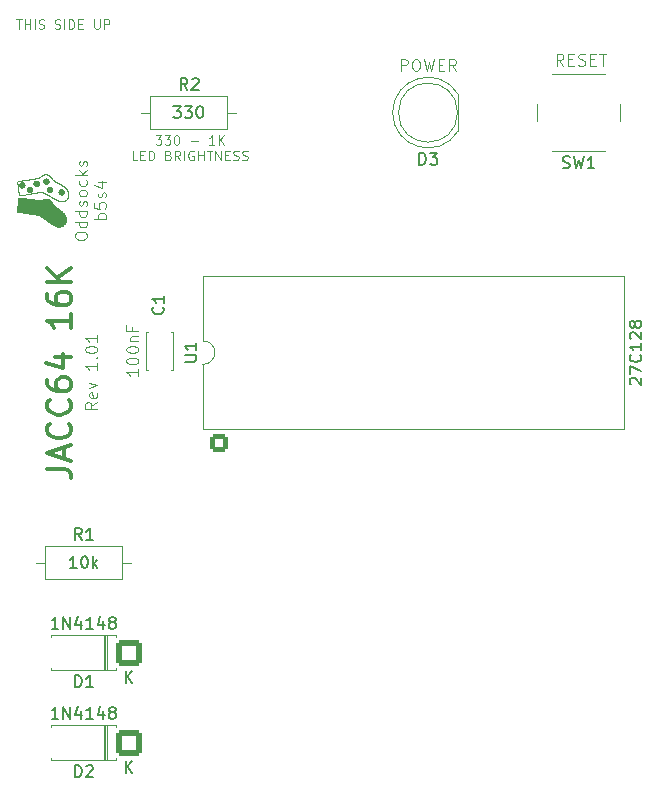
<source format=gto>
%TF.GenerationSoftware,KiCad,Pcbnew,9.0.5-1.fc42*%
%TF.CreationDate,2025-11-09T17:28:59+08:00*%
%TF.ProjectId,JACC64-16K,4a414343-3634-42d3-9136-4b2e6b696361,rev?*%
%TF.SameCoordinates,Original*%
%TF.FileFunction,Legend,Top*%
%TF.FilePolarity,Positive*%
%FSLAX46Y46*%
G04 Gerber Fmt 4.6, Leading zero omitted, Abs format (unit mm)*
G04 Created by KiCad (PCBNEW 9.0.5-1.fc42) date 2025-11-09 17:28:59*
%MOMM*%
%LPD*%
G01*
G04 APERTURE LIST*
G04 Aperture macros list*
%AMRoundRect*
0 Rectangle with rounded corners*
0 $1 Rounding radius*
0 $2 $3 $4 $5 $6 $7 $8 $9 X,Y pos of 4 corners*
0 Add a 4 corners polygon primitive as box body*
4,1,4,$2,$3,$4,$5,$6,$7,$8,$9,$2,$3,0*
0 Add four circle primitives for the rounded corners*
1,1,$1+$1,$2,$3*
1,1,$1+$1,$4,$5*
1,1,$1+$1,$6,$7*
1,1,$1+$1,$8,$9*
0 Add four rect primitives between the rounded corners*
20,1,$1+$1,$2,$3,$4,$5,0*
20,1,$1+$1,$4,$5,$6,$7,0*
20,1,$1+$1,$6,$7,$8,$9,0*
20,1,$1+$1,$8,$9,$2,$3,0*%
G04 Aperture macros list end*
%ADD10C,0.000000*%
%ADD11C,0.052916*%
%ADD12C,0.005291*%
%ADD13C,0.100000*%
%ADD14C,0.300000*%
%ADD15C,0.150000*%
%ADD16C,0.120000*%
%ADD17RoundRect,0.249999X0.850001X0.850001X-0.850001X0.850001X-0.850001X-0.850001X0.850001X-0.850001X0*%
%ADD18C,2.200000*%
%ADD19C,2.000000*%
%ADD20C,1.600000*%
%ADD21R,1.800000X1.800000*%
%ADD22C,1.800000*%
%ADD23R,1.524000X11.430000*%
%ADD24RoundRect,0.250000X0.550000X-0.550000X0.550000X0.550000X-0.550000X0.550000X-0.550000X-0.550000X0*%
G04 APERTURE END LIST*
D10*
G36*
X115468853Y-69377942D02*
G01*
X115483040Y-69379021D01*
X115497021Y-69380798D01*
X115510779Y-69383255D01*
X115524294Y-69386374D01*
X115537551Y-69390139D01*
X115550532Y-69394531D01*
X115563218Y-69399533D01*
X115575593Y-69405127D01*
X115587639Y-69411297D01*
X115599338Y-69418024D01*
X115610673Y-69425290D01*
X115621626Y-69433079D01*
X115632179Y-69441372D01*
X115642316Y-69450153D01*
X115652018Y-69459403D01*
X115661268Y-69469105D01*
X115670049Y-69479242D01*
X115678342Y-69489796D01*
X115686131Y-69500749D01*
X115693398Y-69512083D01*
X115700124Y-69523782D01*
X115706294Y-69535828D01*
X115711888Y-69548203D01*
X115716890Y-69560889D01*
X115721283Y-69573870D01*
X115725047Y-69587127D01*
X115728167Y-69600643D01*
X115730623Y-69614400D01*
X115732400Y-69628381D01*
X115733479Y-69642568D01*
X115733842Y-69656944D01*
X115733479Y-69671321D01*
X115732400Y-69685508D01*
X115730623Y-69699489D01*
X115728167Y-69713246D01*
X115725047Y-69726762D01*
X115721283Y-69740019D01*
X115716890Y-69753000D01*
X115711888Y-69765686D01*
X115706294Y-69778061D01*
X115700124Y-69790107D01*
X115693398Y-69801806D01*
X115686131Y-69813141D01*
X115678342Y-69824093D01*
X115670049Y-69834647D01*
X115661268Y-69844784D01*
X115652018Y-69854486D01*
X115642316Y-69863736D01*
X115632179Y-69872517D01*
X115621626Y-69880810D01*
X115610673Y-69888599D01*
X115599338Y-69895866D01*
X115587639Y-69902592D01*
X115575593Y-69908762D01*
X115563218Y-69914356D01*
X115550532Y-69919358D01*
X115537551Y-69923751D01*
X115524294Y-69927515D01*
X115510779Y-69930635D01*
X115497021Y-69933091D01*
X115483040Y-69934868D01*
X115468853Y-69935947D01*
X115454477Y-69936310D01*
X115440100Y-69935947D01*
X115425913Y-69934868D01*
X115411932Y-69933091D01*
X115398175Y-69930635D01*
X115384659Y-69927515D01*
X115371402Y-69923751D01*
X115358421Y-69919358D01*
X115345735Y-69914356D01*
X115333360Y-69908762D01*
X115321314Y-69902592D01*
X115309615Y-69895866D01*
X115298281Y-69888599D01*
X115287328Y-69880810D01*
X115276774Y-69872517D01*
X115266637Y-69863736D01*
X115256935Y-69854486D01*
X115247685Y-69844784D01*
X115238904Y-69834647D01*
X115230611Y-69824093D01*
X115222822Y-69813141D01*
X115215556Y-69801806D01*
X115208829Y-69790107D01*
X115202659Y-69778061D01*
X115197065Y-69765686D01*
X115192063Y-69753000D01*
X115187671Y-69740019D01*
X115183906Y-69726762D01*
X115180787Y-69713246D01*
X115178330Y-69699489D01*
X115176553Y-69685508D01*
X115175474Y-69671321D01*
X115175111Y-69656944D01*
X115175474Y-69642568D01*
X115176553Y-69628381D01*
X115178330Y-69614400D01*
X115180787Y-69600643D01*
X115183906Y-69587127D01*
X115187671Y-69573870D01*
X115192063Y-69560889D01*
X115197065Y-69548203D01*
X115202659Y-69535828D01*
X115208829Y-69523782D01*
X115215556Y-69512083D01*
X115222822Y-69500749D01*
X115230611Y-69489796D01*
X115238904Y-69479242D01*
X115247685Y-69469105D01*
X115256935Y-69459403D01*
X115266637Y-69450153D01*
X115276774Y-69441372D01*
X115287328Y-69433079D01*
X115298281Y-69425290D01*
X115309615Y-69418024D01*
X115321314Y-69411297D01*
X115333360Y-69405127D01*
X115345735Y-69399533D01*
X115358421Y-69394531D01*
X115371402Y-69390139D01*
X115384659Y-69386374D01*
X115398175Y-69383255D01*
X115411932Y-69380798D01*
X115425913Y-69379021D01*
X115440100Y-69377942D01*
X115454477Y-69377579D01*
X115468853Y-69377942D01*
G37*
D11*
X117450767Y-68715746D02*
X117487808Y-68715746D01*
X117493100Y-68721038D01*
X117514267Y-68721038D01*
X117519559Y-68726329D01*
X117535434Y-68726329D01*
X117540725Y-68731621D01*
X117551309Y-68731621D01*
X117556600Y-68736913D01*
X117567183Y-68736913D01*
X117572475Y-68742204D01*
X117577767Y-68742204D01*
X117583058Y-68747496D01*
X117593642Y-68747496D01*
X117598934Y-68752788D01*
X117604225Y-68752788D01*
X117609517Y-68758080D01*
X117614809Y-68758080D01*
X117620100Y-68763371D01*
X117625392Y-68763371D01*
X117630684Y-68768663D01*
X117635975Y-68768663D01*
X117641267Y-68773955D01*
X117646558Y-68773955D01*
X117657142Y-68784538D01*
X117662433Y-68784538D01*
X117673017Y-68795121D01*
X117678309Y-68795121D01*
X117688892Y-68805704D01*
X117694184Y-68805704D01*
X117710059Y-68821579D01*
X117715350Y-68821579D01*
X117815892Y-68922121D01*
X117815892Y-68927413D01*
X117837059Y-68948580D01*
X117837059Y-68953871D01*
X117858225Y-68975038D01*
X117858225Y-68980329D01*
X117874100Y-68996205D01*
X117874100Y-69001496D01*
X117889975Y-69017371D01*
X117889975Y-69022663D01*
X117900558Y-69033246D01*
X117900558Y-69038538D01*
X117932309Y-69070288D01*
X117932309Y-69075580D01*
X117948184Y-69091455D01*
X117948184Y-69096746D01*
X118038142Y-69186705D01*
X118043433Y-69186705D01*
X118069892Y-69213163D01*
X118075184Y-69213163D01*
X118101642Y-69239621D01*
X118106934Y-69239621D01*
X118128100Y-69260788D01*
X118133392Y-69260788D01*
X118149267Y-69276663D01*
X118154559Y-69276663D01*
X118170434Y-69292538D01*
X118175725Y-69292538D01*
X118191600Y-69308413D01*
X118196892Y-69308413D01*
X118207475Y-69318996D01*
X118212767Y-69318996D01*
X118223350Y-69329580D01*
X118228642Y-69329580D01*
X118239225Y-69340163D01*
X118244517Y-69340163D01*
X118249809Y-69345455D01*
X118255100Y-69345455D01*
X118265684Y-69356038D01*
X118270975Y-69356038D01*
X118276267Y-69361329D01*
X118281558Y-69361329D01*
X118286850Y-69366621D01*
X118292142Y-69366621D01*
X118302725Y-69377204D01*
X118308017Y-69377204D01*
X118313309Y-69382496D01*
X118318600Y-69382496D01*
X118329184Y-69393080D01*
X118334475Y-69393080D01*
X118339767Y-69398371D01*
X118345059Y-69398371D01*
X118350350Y-69403663D01*
X118355642Y-69403663D01*
X118366225Y-69414246D01*
X118371517Y-69414246D01*
X118376808Y-69419538D01*
X118382100Y-69419538D01*
X118387392Y-69424830D01*
X118392683Y-69424830D01*
X118397975Y-69430121D01*
X118403267Y-69430121D01*
X118408559Y-69435413D01*
X118413850Y-69435413D01*
X118424434Y-69445996D01*
X118429725Y-69445996D01*
X118435017Y-69451288D01*
X118440308Y-69451288D01*
X118445600Y-69456579D01*
X118450892Y-69456579D01*
X118456183Y-69461871D01*
X118461475Y-69461871D01*
X118472058Y-69472455D01*
X118477350Y-69472455D01*
X118482642Y-69477746D01*
X118487934Y-69477746D01*
X118493225Y-69483038D01*
X118498517Y-69483038D01*
X118503809Y-69488330D01*
X118509100Y-69488330D01*
X118514392Y-69493621D01*
X118519683Y-69493621D01*
X118530267Y-69504205D01*
X118535558Y-69504205D01*
X118540850Y-69509496D01*
X118546142Y-69509496D01*
X118551433Y-69514788D01*
X118556725Y-69514788D01*
X118562017Y-69520079D01*
X118567309Y-69520079D01*
X118572600Y-69525371D01*
X118577892Y-69525371D01*
X118583184Y-69530663D01*
X118588475Y-69530663D01*
X118599058Y-69541246D01*
X118604350Y-69541246D01*
X118609642Y-69546538D01*
X118614933Y-69546538D01*
X118620225Y-69551829D01*
X118625517Y-69551829D01*
X118630808Y-69557121D01*
X118636100Y-69557121D01*
X118641392Y-69562413D01*
X118646684Y-69562413D01*
X118651975Y-69567705D01*
X118657267Y-69567705D01*
X118667850Y-69578288D01*
X118678433Y-69578288D01*
X118689017Y-69588871D01*
X118694308Y-69588871D01*
X118699600Y-69594163D01*
X118704892Y-69594163D01*
X118710183Y-69599454D01*
X118715475Y-69599454D01*
X118720767Y-69604746D01*
X118726059Y-69604746D01*
X118731350Y-69610038D01*
X118736642Y-69610038D01*
X118741934Y-69615329D01*
X118747225Y-69615329D01*
X118752517Y-69620621D01*
X118757808Y-69620621D01*
X118763100Y-69625913D01*
X118768392Y-69625913D01*
X118778975Y-69636496D01*
X118784267Y-69636496D01*
X118789558Y-69641788D01*
X118794850Y-69641788D01*
X118800142Y-69647080D01*
X118805434Y-69647080D01*
X118810725Y-69652371D01*
X118816017Y-69652371D01*
X118821309Y-69657663D01*
X118826600Y-69657663D01*
X118837183Y-69668246D01*
X118842475Y-69668246D01*
X118847767Y-69673538D01*
X118853058Y-69673538D01*
X118858350Y-69678829D01*
X118863642Y-69678829D01*
X118874225Y-69689413D01*
X118879517Y-69689413D01*
X118884809Y-69694704D01*
X118890100Y-69694704D01*
X118900684Y-69705288D01*
X118905975Y-69705288D01*
X118916558Y-69715871D01*
X118921850Y-69715871D01*
X118927142Y-69721163D01*
X118932433Y-69721163D01*
X118943017Y-69731746D01*
X118948308Y-69731746D01*
X118958892Y-69742330D01*
X118964184Y-69742330D01*
X118980059Y-69758204D01*
X118985350Y-69758204D01*
X119001225Y-69774079D01*
X119006517Y-69774079D01*
X119027683Y-69795246D01*
X119032975Y-69795246D01*
X119101767Y-69864038D01*
X119101767Y-69869329D01*
X119144100Y-69911663D01*
X119144100Y-69916954D01*
X119165267Y-69938121D01*
X119165267Y-69943413D01*
X119181142Y-69959288D01*
X119181142Y-69964580D01*
X119197017Y-69980455D01*
X119197017Y-69985746D01*
X119212892Y-70001621D01*
X119212892Y-70006913D01*
X119223475Y-70017496D01*
X119223475Y-70022788D01*
X119234058Y-70033371D01*
X119234058Y-70038663D01*
X119244642Y-70049246D01*
X119244642Y-70054538D01*
X119255225Y-70065121D01*
X119255225Y-70070413D01*
X119265808Y-70080996D01*
X119265808Y-70086288D01*
X119271100Y-70091579D01*
X119271100Y-70096871D01*
X119276392Y-70102163D01*
X119276392Y-70107454D01*
X119281684Y-70112746D01*
X119281684Y-70118038D01*
X119286975Y-70123330D01*
X119286975Y-70128621D01*
X119292267Y-70133913D01*
X119292267Y-70139205D01*
X119297559Y-70144496D01*
X119297559Y-70149788D01*
X119302850Y-70155079D01*
X119302850Y-70160371D01*
X119308142Y-70165663D01*
X119308142Y-70176246D01*
X119313433Y-70181538D01*
X119313433Y-70186829D01*
X119318725Y-70192121D01*
X119318725Y-70202705D01*
X119324017Y-70207996D01*
X119324017Y-70218580D01*
X119329308Y-70223871D01*
X119329308Y-70234454D01*
X119334600Y-70239746D01*
X119334600Y-70255621D01*
X119339892Y-70260913D01*
X119339892Y-70276788D01*
X119345183Y-70282080D01*
X119345183Y-70297955D01*
X119350475Y-70303246D01*
X119350475Y-70324413D01*
X119355767Y-70329704D01*
X119355767Y-70361455D01*
X119361059Y-70366746D01*
X119361059Y-70424954D01*
X119366350Y-70430246D01*
X119366350Y-70467288D01*
X119361059Y-70472579D01*
X119361059Y-70530788D01*
X119355767Y-70536080D01*
X119355767Y-70557246D01*
X119350475Y-70562538D01*
X119350475Y-70583704D01*
X119345183Y-70588996D01*
X119345183Y-70604871D01*
X119339892Y-70610163D01*
X119339892Y-70620746D01*
X119334600Y-70626038D01*
X119334600Y-70636621D01*
X119329308Y-70641913D01*
X119329308Y-70652496D01*
X119324017Y-70657788D01*
X119324017Y-70663080D01*
X119318725Y-70668371D01*
X119318725Y-70673663D01*
X119313433Y-70678954D01*
X119313433Y-70684246D01*
X119308142Y-70689538D01*
X119308142Y-70694829D01*
X119302850Y-70700121D01*
X119302850Y-70705413D01*
X119297559Y-70710704D01*
X119297559Y-70715996D01*
X119292267Y-70721288D01*
X119292267Y-70726579D01*
X119286975Y-70731871D01*
X119286975Y-70737163D01*
X119281684Y-70742455D01*
X119281684Y-70747746D01*
X119271100Y-70758329D01*
X119271100Y-70763621D01*
X119260517Y-70774204D01*
X119260517Y-70779496D01*
X119249933Y-70790079D01*
X119249933Y-70795371D01*
X119234058Y-70811246D01*
X119234058Y-70816538D01*
X119212892Y-70837704D01*
X119212892Y-70842996D01*
X119170558Y-70885329D01*
X119165267Y-70885329D01*
X119138809Y-70911788D01*
X119133517Y-70911788D01*
X119117642Y-70927663D01*
X119112350Y-70927663D01*
X119101767Y-70938246D01*
X119096475Y-70938246D01*
X119085892Y-70948829D01*
X119080600Y-70948829D01*
X119075308Y-70954121D01*
X119070017Y-70954121D01*
X119064725Y-70959413D01*
X119059434Y-70959413D01*
X119054142Y-70964704D01*
X119048850Y-70964704D01*
X119043559Y-70969996D01*
X119038267Y-70969996D01*
X119032975Y-70975288D01*
X119027683Y-70975288D01*
X119022392Y-70980579D01*
X119017100Y-70980579D01*
X119011808Y-70985871D01*
X119001225Y-70985871D01*
X118995933Y-70991163D01*
X118990642Y-70991163D01*
X118985350Y-70996454D01*
X118974767Y-70996454D01*
X118969475Y-71001746D01*
X118958892Y-71001746D01*
X118953600Y-71007038D01*
X118937725Y-71007038D01*
X118932433Y-71012329D01*
X118916558Y-71012329D01*
X118911267Y-71017621D01*
X118890100Y-71017621D01*
X118884809Y-71022913D01*
X118853058Y-71022913D01*
X118847767Y-71028204D01*
X118720767Y-71028204D01*
X118715475Y-71022913D01*
X118683725Y-71022913D01*
X118678433Y-71017621D01*
X118657267Y-71017621D01*
X118651975Y-71012329D01*
X118636100Y-71012329D01*
X118630808Y-71007038D01*
X118614933Y-71007038D01*
X118609642Y-71001746D01*
X118599058Y-71001746D01*
X118593767Y-70996454D01*
X118577892Y-70996454D01*
X118572600Y-70991163D01*
X118567309Y-70991163D01*
X118562017Y-70985871D01*
X118551433Y-70985871D01*
X118546142Y-70980579D01*
X118535558Y-70980579D01*
X118530267Y-70975288D01*
X118519683Y-70975288D01*
X118514392Y-70969996D01*
X118503809Y-70969996D01*
X118498517Y-70964704D01*
X118493225Y-70964704D01*
X118487934Y-70959413D01*
X118482642Y-70959413D01*
X118477350Y-70954121D01*
X118466767Y-70954121D01*
X118461475Y-70948829D01*
X118456183Y-70948829D01*
X118450892Y-70943538D01*
X118445600Y-70943538D01*
X118440308Y-70938246D01*
X118435017Y-70938246D01*
X118429725Y-70932954D01*
X118419142Y-70932954D01*
X118413850Y-70927663D01*
X118408559Y-70927663D01*
X118403267Y-70922371D01*
X118397975Y-70922371D01*
X118392683Y-70917079D01*
X118387392Y-70917079D01*
X118382100Y-70911788D01*
X118376808Y-70911788D01*
X118366225Y-70901205D01*
X118360933Y-70901205D01*
X118355642Y-70895913D01*
X118350350Y-70895913D01*
X118345059Y-70890621D01*
X118339767Y-70890621D01*
X118334475Y-70885329D01*
X118329184Y-70885329D01*
X118323892Y-70880038D01*
X118318600Y-70880038D01*
X118313309Y-70874746D01*
X118308017Y-70874746D01*
X118302725Y-70869454D01*
X118297433Y-70869454D01*
X118292142Y-70864163D01*
X118286850Y-70864163D01*
X118276267Y-70853579D01*
X118265684Y-70853579D01*
X118255100Y-70842996D01*
X118249809Y-70842996D01*
X118244517Y-70837704D01*
X118239225Y-70837704D01*
X118233934Y-70832413D01*
X118228642Y-70832413D01*
X118218058Y-70821830D01*
X118212767Y-70821830D01*
X118207475Y-70816538D01*
X118202183Y-70816538D01*
X118196892Y-70811246D01*
X118191600Y-70811246D01*
X118186309Y-70805954D01*
X118181017Y-70805954D01*
X118170434Y-70795371D01*
X118165142Y-70795371D01*
X118154559Y-70784788D01*
X118149267Y-70784788D01*
X118143975Y-70779496D01*
X118138683Y-70779496D01*
X118128100Y-70768913D01*
X118122808Y-70768913D01*
X118117517Y-70763621D01*
X118112225Y-70763621D01*
X118101642Y-70753038D01*
X118096350Y-70753038D01*
X118091059Y-70747746D01*
X118085767Y-70747746D01*
X118075184Y-70737163D01*
X118069892Y-70737163D01*
X118064600Y-70731871D01*
X118059308Y-70731871D01*
X118054017Y-70726579D01*
X118048725Y-70726579D01*
X118038142Y-70715996D01*
X118032850Y-70715996D01*
X118027559Y-70710704D01*
X118022267Y-70710704D01*
X118011684Y-70700121D01*
X118006392Y-70700121D01*
X118001100Y-70694829D01*
X117995809Y-70694829D01*
X117985225Y-70684246D01*
X117979933Y-70684246D01*
X117974642Y-70678954D01*
X117969350Y-70678954D01*
X117958767Y-70668371D01*
X117953475Y-70668371D01*
X117948184Y-70663080D01*
X117942892Y-70663080D01*
X117932309Y-70652496D01*
X117927017Y-70652496D01*
X117921725Y-70647204D01*
X117916434Y-70647204D01*
X117911142Y-70641913D01*
X117905850Y-70641913D01*
X117895267Y-70631329D01*
X117889975Y-70631329D01*
X117879392Y-70620746D01*
X117874100Y-70620746D01*
X117863517Y-70610163D01*
X117852934Y-70610163D01*
X117842350Y-70599580D01*
X117837059Y-70599580D01*
X117831767Y-70594288D01*
X117826475Y-70594288D01*
X117815892Y-70583704D01*
X117810600Y-70583704D01*
X117805308Y-70578413D01*
X117800017Y-70578413D01*
X117794725Y-70573121D01*
X117789434Y-70573121D01*
X117784142Y-70567829D01*
X117778850Y-70567829D01*
X117768267Y-70557246D01*
X117762975Y-70557246D01*
X117757684Y-70551954D01*
X117752392Y-70551954D01*
X117747100Y-70546663D01*
X117741808Y-70546663D01*
X117731225Y-70536080D01*
X117725933Y-70536080D01*
X117720642Y-70530788D01*
X117715350Y-70530788D01*
X117710059Y-70525496D01*
X117704767Y-70525496D01*
X117694184Y-70514913D01*
X117688892Y-70514913D01*
X117683600Y-70509621D01*
X117678309Y-70509621D01*
X117673017Y-70504329D01*
X117667725Y-70504329D01*
X117657142Y-70493746D01*
X117651850Y-70493746D01*
X117646558Y-70488454D01*
X117641267Y-70488454D01*
X117635975Y-70483163D01*
X117630684Y-70483163D01*
X117620100Y-70472579D01*
X117614809Y-70472579D01*
X117609517Y-70467288D01*
X117604225Y-70467288D01*
X117598934Y-70461996D01*
X117593642Y-70461996D01*
X117583058Y-70451413D01*
X117577767Y-70451413D01*
X117572475Y-70446121D01*
X117567183Y-70446121D01*
X117556600Y-70435538D01*
X117551309Y-70435538D01*
X117546017Y-70430246D01*
X117540725Y-70430246D01*
X117535434Y-70424954D01*
X117530142Y-70424954D01*
X117519559Y-70414371D01*
X117514267Y-70414371D01*
X117508975Y-70409079D01*
X117503683Y-70409079D01*
X117493100Y-70398496D01*
X117487808Y-70398496D01*
X117477225Y-70387913D01*
X117471934Y-70387913D01*
X117466642Y-70382621D01*
X117461350Y-70382621D01*
X117450767Y-70372038D01*
X117445475Y-70372038D01*
X117440184Y-70366746D01*
X117434892Y-70366746D01*
X117424308Y-70356163D01*
X117419017Y-70356163D01*
X117413725Y-70350871D01*
X117408433Y-70350871D01*
X117392559Y-70334996D01*
X117381975Y-70334996D01*
X117376684Y-70329704D01*
X117371392Y-70329704D01*
X117360809Y-70319121D01*
X117355517Y-70319121D01*
X117350225Y-70313829D01*
X117344933Y-70313829D01*
X117339642Y-70308538D01*
X117329058Y-70308538D01*
X117323767Y-70303246D01*
X117313184Y-70303246D01*
X117307892Y-70297955D01*
X117297309Y-70297955D01*
X117292017Y-70292663D01*
X117281434Y-70292663D01*
X117276142Y-70287371D01*
X117265558Y-70287371D01*
X117260267Y-70282080D01*
X117249684Y-70282080D01*
X117244392Y-70276788D01*
X117228517Y-70276788D01*
X117223225Y-70271496D01*
X117207350Y-70271496D01*
X117202058Y-70266204D01*
X117186184Y-70266204D01*
X117180892Y-70260913D01*
X117159725Y-70260913D01*
X117154434Y-70255621D01*
X117127975Y-70255621D01*
X117122683Y-70250329D01*
X117080350Y-70250329D01*
X117075059Y-70245038D01*
X116969225Y-70245038D01*
X116963933Y-70250329D01*
X116905725Y-70250329D01*
X116900434Y-70255621D01*
X116863392Y-70255621D01*
X116858100Y-70260913D01*
X116852809Y-70255621D01*
X116847517Y-70260913D01*
X116799892Y-70260913D01*
X116794600Y-70266204D01*
X116789309Y-70266204D01*
X116784017Y-70260913D01*
X116778725Y-70266204D01*
X116720517Y-70266204D01*
X116715225Y-70271496D01*
X116672892Y-70271496D01*
X116667600Y-70276788D01*
X116641142Y-70276788D01*
X116635850Y-70282080D01*
X116609392Y-70282080D01*
X116604100Y-70287371D01*
X116582934Y-70287371D01*
X116577642Y-70292663D01*
X116556475Y-70292663D01*
X116551184Y-70297955D01*
X116530017Y-70297955D01*
X116524725Y-70303246D01*
X116498267Y-70303246D01*
X116492975Y-70308538D01*
X116466517Y-70308538D01*
X116461225Y-70313829D01*
X116434767Y-70313829D01*
X116429475Y-70319121D01*
X116408309Y-70319121D01*
X116403017Y-70324413D01*
X116381850Y-70324413D01*
X116376559Y-70329704D01*
X116350100Y-70329704D01*
X116344809Y-70334996D01*
X116323642Y-70334996D01*
X116318350Y-70340288D01*
X116291892Y-70340288D01*
X116286600Y-70345579D01*
X116254850Y-70345579D01*
X116249559Y-70350871D01*
X116223100Y-70350871D01*
X116217809Y-70356163D01*
X116186059Y-70356163D01*
X116180767Y-70361455D01*
X116159600Y-70361455D01*
X116154309Y-70366746D01*
X116133142Y-70366746D01*
X116127850Y-70372038D01*
X116101392Y-70372038D01*
X116096100Y-70377330D01*
X116074934Y-70377330D01*
X116069642Y-70382621D01*
X116043184Y-70382621D01*
X116037892Y-70387913D01*
X116016725Y-70387913D01*
X116011434Y-70393204D01*
X115984975Y-70393204D01*
X115979684Y-70398496D01*
X115953225Y-70398496D01*
X115947934Y-70403788D01*
X115926767Y-70403788D01*
X115921475Y-70409079D01*
X115895017Y-70409079D01*
X115889725Y-70414371D01*
X115863267Y-70414371D01*
X115857975Y-70419663D01*
X115831517Y-70419663D01*
X115826225Y-70424954D01*
X115799767Y-70424954D01*
X115794475Y-70430246D01*
X115768017Y-70430246D01*
X115762725Y-70435538D01*
X115730975Y-70435538D01*
X115725684Y-70440830D01*
X115693934Y-70440830D01*
X115688642Y-70446121D01*
X115641017Y-70446121D01*
X115635725Y-70451413D01*
X115609267Y-70451413D01*
X115603975Y-70456705D01*
X115577517Y-70456705D01*
X115572225Y-70461996D01*
X115545767Y-70461996D01*
X115540475Y-70467288D01*
X115514017Y-70467288D01*
X115508725Y-70472579D01*
X115482267Y-70472579D01*
X115476975Y-70477871D01*
X115450517Y-70477871D01*
X115445225Y-70483163D01*
X115418767Y-70483163D01*
X115413475Y-70488454D01*
X115387017Y-70488454D01*
X115381725Y-70493746D01*
X115355267Y-70493746D01*
X115349975Y-70499038D01*
X115318225Y-70499038D01*
X115312934Y-70504329D01*
X115286475Y-70504329D01*
X115281184Y-70509621D01*
X115254725Y-70509621D01*
X115249434Y-70514913D01*
X115217684Y-70514913D01*
X115212392Y-70509621D01*
X115207100Y-70509621D01*
X115201809Y-70504329D01*
X115196517Y-70504329D01*
X115180642Y-70488454D01*
X115180642Y-70483163D01*
X115175350Y-70477871D01*
X115175350Y-70472579D01*
X115170059Y-70467288D01*
X115170059Y-70451413D01*
X115164767Y-70446121D01*
X115164767Y-70414371D01*
X115159475Y-70409079D01*
X115159475Y-70377330D01*
X115154184Y-70372038D01*
X115154184Y-70340288D01*
X115148892Y-70334996D01*
X115148892Y-70297955D01*
X115143600Y-70292663D01*
X115143600Y-70260913D01*
X115138309Y-70255621D01*
X115138309Y-70223871D01*
X115133017Y-70218580D01*
X115133017Y-70181538D01*
X115127725Y-70176246D01*
X115127725Y-70139205D01*
X115122434Y-70133913D01*
X115122434Y-70102163D01*
X115117142Y-70096871D01*
X115117142Y-70054538D01*
X115111850Y-70049246D01*
X115111850Y-70017496D01*
X115106559Y-70012204D01*
X115106559Y-69975163D01*
X115101267Y-69969871D01*
X115101267Y-69932829D01*
X115095975Y-69927538D01*
X115095975Y-69895788D01*
X115090684Y-69890496D01*
X115090684Y-69858746D01*
X115085392Y-69853454D01*
X115085392Y-69816413D01*
X115080100Y-69811121D01*
X115080100Y-69779371D01*
X115074809Y-69774079D01*
X115074809Y-69737038D01*
X115069517Y-69731746D01*
X115069517Y-69699996D01*
X115064225Y-69694704D01*
X115064225Y-69662955D01*
X115058934Y-69657663D01*
X115058934Y-69625913D01*
X115053642Y-69620621D01*
X115053642Y-69588871D01*
X115048350Y-69583580D01*
X115048350Y-69541246D01*
X115043059Y-69535954D01*
X115043059Y-69498913D01*
X115037767Y-69493621D01*
X115037767Y-69456579D01*
X115032475Y-69451288D01*
X115032475Y-69414246D01*
X115027184Y-69408955D01*
X115027184Y-69366621D01*
X115032475Y-69361329D01*
X115032475Y-69350746D01*
X115037767Y-69345455D01*
X115037767Y-69340163D01*
X115058934Y-69318996D01*
X115069517Y-69318996D01*
X115074809Y-69313705D01*
X115085392Y-69313705D01*
X115090684Y-69308413D01*
X115122434Y-69308413D01*
X115127725Y-69303121D01*
X115154184Y-69303121D01*
X115159475Y-69297829D01*
X115191225Y-69297829D01*
X115196517Y-69292538D01*
X115222975Y-69292538D01*
X115228267Y-69287246D01*
X115254725Y-69287246D01*
X115260017Y-69281954D01*
X115286475Y-69281954D01*
X115291767Y-69276663D01*
X115323517Y-69276663D01*
X115328809Y-69271371D01*
X115355267Y-69271371D01*
X115360559Y-69266080D01*
X115392309Y-69266080D01*
X115397600Y-69260788D01*
X115424059Y-69260788D01*
X115429350Y-69255496D01*
X115455809Y-69255496D01*
X115461100Y-69250205D01*
X115487559Y-69250205D01*
X115492850Y-69244913D01*
X115519309Y-69244913D01*
X115524600Y-69239621D01*
X115551059Y-69239621D01*
X115556350Y-69234330D01*
X115582809Y-69234330D01*
X115588100Y-69229038D01*
X115619850Y-69229038D01*
X115625142Y-69223746D01*
X115651600Y-69223746D01*
X115656892Y-69218454D01*
X115693934Y-69218454D01*
X115699225Y-69213163D01*
X115730975Y-69213163D01*
X115736267Y-69207871D01*
X115768017Y-69207871D01*
X115773309Y-69202579D01*
X115799767Y-69202579D01*
X115805059Y-69197288D01*
X115831517Y-69197288D01*
X115836809Y-69191996D01*
X115868559Y-69191996D01*
X115873850Y-69186705D01*
X115905600Y-69186705D01*
X115910892Y-69181413D01*
X115937350Y-69181413D01*
X115942642Y-69176121D01*
X115963809Y-69176121D01*
X115969100Y-69170830D01*
X115990267Y-69170830D01*
X115995559Y-69165538D01*
X116022017Y-69165538D01*
X116027309Y-69160246D01*
X116053767Y-69160246D01*
X116059059Y-69154955D01*
X116085517Y-69154955D01*
X116090809Y-69149663D01*
X116122559Y-69149663D01*
X116127850Y-69144371D01*
X116159600Y-69144371D01*
X116164892Y-69139079D01*
X116186059Y-69139079D01*
X116191350Y-69133788D01*
X116223100Y-69133788D01*
X116228392Y-69128496D01*
X116265434Y-69128496D01*
X116270725Y-69123204D01*
X116297184Y-69123204D01*
X116302475Y-69117913D01*
X116339517Y-69117913D01*
X116344809Y-69112621D01*
X116376559Y-69112621D01*
X116381850Y-69107330D01*
X116413600Y-69107330D01*
X116418892Y-69102038D01*
X116450642Y-69102038D01*
X116455934Y-69096746D01*
X116482392Y-69096746D01*
X116487684Y-69091455D01*
X116508850Y-69091455D01*
X116514142Y-69086163D01*
X116535309Y-69086163D01*
X116540600Y-69080871D01*
X116556475Y-69080871D01*
X116561767Y-69075580D01*
X116577642Y-69075580D01*
X116582934Y-69070288D01*
X116598809Y-69070288D01*
X116604100Y-69064996D01*
X116619975Y-69064996D01*
X116625267Y-69059704D01*
X116646434Y-69059704D01*
X116651725Y-69054413D01*
X116667600Y-69054413D01*
X116672892Y-69049121D01*
X116688767Y-69049121D01*
X116694059Y-69043829D01*
X116709934Y-69043829D01*
X116715225Y-69038538D01*
X116736392Y-69038538D01*
X116741684Y-69033246D01*
X116757559Y-69033246D01*
X116762850Y-69027955D01*
X116773434Y-69027955D01*
X116778725Y-69022663D01*
X116789309Y-69022663D01*
X116794600Y-69017371D01*
X116799892Y-69017371D01*
X116805184Y-69012080D01*
X116810475Y-69017371D01*
X116821059Y-69006788D01*
X116826350Y-69006788D01*
X116831642Y-69001496D01*
X116842225Y-69001496D01*
X116847517Y-68996205D01*
X116852809Y-68996205D01*
X116858100Y-68990913D01*
X116863392Y-68990913D01*
X116868684Y-68985621D01*
X116873975Y-68985621D01*
X116879267Y-68980329D01*
X116889850Y-68980329D01*
X116895142Y-68975038D01*
X116900434Y-68975038D01*
X116905725Y-68969746D01*
X116911017Y-68969746D01*
X116916309Y-68964454D01*
X116921600Y-68964454D01*
X116926892Y-68959163D01*
X116932184Y-68959163D01*
X116942767Y-68948580D01*
X116948059Y-68948580D01*
X116958642Y-68937996D01*
X116963933Y-68937996D01*
X116974517Y-68927413D01*
X116979809Y-68927413D01*
X116990392Y-68916830D01*
X116995684Y-68916830D01*
X117011559Y-68900954D01*
X117016850Y-68900954D01*
X117027434Y-68890371D01*
X117032725Y-68890371D01*
X117048600Y-68874496D01*
X117053892Y-68874496D01*
X117064475Y-68863913D01*
X117069767Y-68863913D01*
X117080350Y-68853330D01*
X117085642Y-68853330D01*
X117101517Y-68837455D01*
X117106809Y-68837455D01*
X117117392Y-68826871D01*
X117122683Y-68826871D01*
X117138559Y-68810996D01*
X117143850Y-68810996D01*
X117154434Y-68800413D01*
X117159725Y-68800413D01*
X117170309Y-68789830D01*
X117175600Y-68789830D01*
X117186184Y-68779246D01*
X117191475Y-68779246D01*
X117196767Y-68773955D01*
X117202058Y-68773955D01*
X117207350Y-68768663D01*
X117212642Y-68768663D01*
X117223225Y-68758080D01*
X117233809Y-68758080D01*
X117239100Y-68752788D01*
X117244392Y-68752788D01*
X117249684Y-68747496D01*
X117254975Y-68747496D01*
X117260267Y-68742204D01*
X117265558Y-68742204D01*
X117270850Y-68736913D01*
X117281434Y-68736913D01*
X117286725Y-68731621D01*
X117297309Y-68731621D01*
X117302600Y-68726329D01*
X117318475Y-68726329D01*
X117323767Y-68721038D01*
X117339642Y-68721038D01*
X117344933Y-68715746D01*
X117381975Y-68715746D01*
X117387267Y-68710455D01*
X117445475Y-68710455D01*
X117450767Y-68715746D01*
D10*
G36*
X116684524Y-69251839D02*
G01*
X116698711Y-69252917D01*
X116712693Y-69254694D01*
X116726450Y-69257151D01*
X116739966Y-69260270D01*
X116753223Y-69264035D01*
X116766203Y-69268427D01*
X116778890Y-69273429D01*
X116791264Y-69279024D01*
X116803310Y-69285193D01*
X116815009Y-69291920D01*
X116826344Y-69299186D01*
X116837297Y-69306975D01*
X116847850Y-69315269D01*
X116857987Y-69324049D01*
X116867689Y-69333299D01*
X116876939Y-69343002D01*
X116885720Y-69353138D01*
X116894013Y-69363692D01*
X116901802Y-69374645D01*
X116909069Y-69385980D01*
X116915796Y-69397679D01*
X116921965Y-69409724D01*
X116927560Y-69422099D01*
X116932562Y-69434786D01*
X116936954Y-69447766D01*
X116940718Y-69461023D01*
X116943838Y-69474539D01*
X116946295Y-69488296D01*
X116948071Y-69502277D01*
X116949150Y-69516465D01*
X116949514Y-69530841D01*
X116949150Y-69545217D01*
X116948071Y-69559404D01*
X116946295Y-69573386D01*
X116943838Y-69587143D01*
X116940718Y-69600659D01*
X116936954Y-69613916D01*
X116932562Y-69626896D01*
X116927560Y-69639583D01*
X116921965Y-69651957D01*
X116915796Y-69664003D01*
X116909069Y-69675702D01*
X116901802Y-69687037D01*
X116894013Y-69697990D01*
X116885720Y-69708543D01*
X116876939Y-69718680D01*
X116867689Y-69728382D01*
X116857987Y-69737632D01*
X116847850Y-69746413D01*
X116837297Y-69754706D01*
X116826344Y-69762495D01*
X116815009Y-69769762D01*
X116803310Y-69776489D01*
X116791264Y-69782658D01*
X116778890Y-69788253D01*
X116766203Y-69793255D01*
X116753223Y-69797647D01*
X116739966Y-69801411D01*
X116726450Y-69804531D01*
X116712693Y-69806988D01*
X116698711Y-69808764D01*
X116684524Y-69809843D01*
X116670148Y-69810206D01*
X116655772Y-69809843D01*
X116641584Y-69808764D01*
X116627603Y-69806988D01*
X116613846Y-69804531D01*
X116600330Y-69801411D01*
X116587073Y-69797647D01*
X116574093Y-69793255D01*
X116561406Y-69788253D01*
X116549031Y-69782658D01*
X116536986Y-69776489D01*
X116525287Y-69769762D01*
X116513952Y-69762495D01*
X116502999Y-69754706D01*
X116492445Y-69746413D01*
X116482309Y-69737632D01*
X116472607Y-69728382D01*
X116463356Y-69718680D01*
X116454576Y-69708543D01*
X116446282Y-69697990D01*
X116438494Y-69687037D01*
X116431227Y-69675702D01*
X116424500Y-69664003D01*
X116418331Y-69651957D01*
X116412736Y-69639583D01*
X116407734Y-69626896D01*
X116403342Y-69613916D01*
X116399577Y-69600659D01*
X116396458Y-69587143D01*
X116394001Y-69573386D01*
X116392225Y-69559404D01*
X116391146Y-69545217D01*
X116390782Y-69530841D01*
X116391146Y-69516465D01*
X116392225Y-69502277D01*
X116394001Y-69488296D01*
X116396458Y-69474539D01*
X116399577Y-69461023D01*
X116403342Y-69447766D01*
X116407734Y-69434786D01*
X116412736Y-69422099D01*
X116418331Y-69409724D01*
X116424500Y-69397679D01*
X116431227Y-69385980D01*
X116438494Y-69374645D01*
X116446282Y-69363692D01*
X116454576Y-69353138D01*
X116463356Y-69343002D01*
X116472607Y-69333299D01*
X116482309Y-69324049D01*
X116492445Y-69315269D01*
X116502999Y-69306975D01*
X116513952Y-69299186D01*
X116525287Y-69291920D01*
X116536986Y-69285193D01*
X116549031Y-69279024D01*
X116561406Y-69273429D01*
X116574093Y-69268427D01*
X116587073Y-69264035D01*
X116600330Y-69260270D01*
X116613846Y-69257151D01*
X116627603Y-69254694D01*
X116641584Y-69252917D01*
X116655772Y-69251839D01*
X116670148Y-69251475D01*
X116684524Y-69251839D01*
G37*
G36*
X118814500Y-69972181D02*
G01*
X118828687Y-69973260D01*
X118842668Y-69975036D01*
X118856425Y-69977493D01*
X118869941Y-69980612D01*
X118883198Y-69984377D01*
X118896179Y-69988769D01*
X118908865Y-69993771D01*
X118921240Y-69999366D01*
X118933286Y-70005535D01*
X118944985Y-70012262D01*
X118956319Y-70019528D01*
X118967272Y-70027317D01*
X118977826Y-70035611D01*
X118987963Y-70044391D01*
X118997665Y-70053641D01*
X119006915Y-70063344D01*
X119015696Y-70073480D01*
X119023989Y-70084034D01*
X119031778Y-70094987D01*
X119039044Y-70106322D01*
X119045771Y-70118021D01*
X119051941Y-70130066D01*
X119057535Y-70142441D01*
X119062537Y-70155127D01*
X119066929Y-70168108D01*
X119070694Y-70181365D01*
X119073813Y-70194881D01*
X119076270Y-70208638D01*
X119078047Y-70222619D01*
X119079126Y-70236807D01*
X119079489Y-70251183D01*
X119079126Y-70265559D01*
X119078047Y-70279746D01*
X119076270Y-70293727D01*
X119073813Y-70307485D01*
X119070694Y-70321001D01*
X119066929Y-70334258D01*
X119062537Y-70347238D01*
X119057535Y-70359925D01*
X119051941Y-70372299D01*
X119045771Y-70384345D01*
X119039044Y-70396044D01*
X119031778Y-70407379D01*
X119023989Y-70418332D01*
X119015696Y-70428885D01*
X119006915Y-70439022D01*
X118997665Y-70448724D01*
X118987963Y-70457974D01*
X118977826Y-70466755D01*
X118967272Y-70475048D01*
X118956319Y-70482837D01*
X118944985Y-70490104D01*
X118933286Y-70496831D01*
X118921240Y-70503000D01*
X118908865Y-70508595D01*
X118896179Y-70513597D01*
X118883198Y-70517989D01*
X118869941Y-70521753D01*
X118856425Y-70524873D01*
X118842668Y-70527330D01*
X118828687Y-70529106D01*
X118814500Y-70530185D01*
X118800124Y-70530549D01*
X118785747Y-70530185D01*
X118771560Y-70529106D01*
X118757579Y-70527330D01*
X118743822Y-70524873D01*
X118730306Y-70521753D01*
X118717049Y-70517989D01*
X118704068Y-70513597D01*
X118691382Y-70508595D01*
X118679007Y-70503000D01*
X118666961Y-70496831D01*
X118655262Y-70490104D01*
X118643927Y-70482837D01*
X118632974Y-70475048D01*
X118622421Y-70466755D01*
X118612284Y-70457974D01*
X118602582Y-70448724D01*
X118593332Y-70439022D01*
X118584551Y-70428885D01*
X118576258Y-70418332D01*
X118568469Y-70407379D01*
X118561202Y-70396044D01*
X118554476Y-70384345D01*
X118548306Y-70372299D01*
X118542712Y-70359925D01*
X118537710Y-70347238D01*
X118533317Y-70334258D01*
X118529553Y-70321001D01*
X118526433Y-70307485D01*
X118523977Y-70293727D01*
X118522200Y-70279746D01*
X118521121Y-70265559D01*
X118520758Y-70251183D01*
X118521121Y-70236807D01*
X118522200Y-70222619D01*
X118523977Y-70208638D01*
X118526433Y-70194881D01*
X118529553Y-70181365D01*
X118533317Y-70168108D01*
X118537710Y-70155127D01*
X118542712Y-70142441D01*
X118548306Y-70130066D01*
X118554476Y-70118021D01*
X118561202Y-70106322D01*
X118568469Y-70094987D01*
X118576258Y-70084034D01*
X118584551Y-70073480D01*
X118593332Y-70063344D01*
X118602582Y-70053641D01*
X118612284Y-70044391D01*
X118622421Y-70035611D01*
X118632974Y-70027317D01*
X118643927Y-70019528D01*
X118655262Y-70012262D01*
X118666961Y-70005535D01*
X118679007Y-69999366D01*
X118691382Y-69993771D01*
X118704068Y-69988769D01*
X118717049Y-69984377D01*
X118730306Y-69980612D01*
X118743822Y-69977493D01*
X118757579Y-69975036D01*
X118771560Y-69973260D01*
X118785747Y-69972181D01*
X118800124Y-69971817D01*
X118814500Y-69972181D01*
G37*
G36*
X117812442Y-69764337D02*
G01*
X117826630Y-69765416D01*
X117840611Y-69767192D01*
X117854368Y-69769649D01*
X117867884Y-69772769D01*
X117881141Y-69776533D01*
X117894121Y-69780925D01*
X117906808Y-69785927D01*
X117919183Y-69791522D01*
X117931228Y-69797691D01*
X117942927Y-69804418D01*
X117954262Y-69811685D01*
X117965215Y-69819474D01*
X117975769Y-69827767D01*
X117985905Y-69836548D01*
X117995607Y-69845798D01*
X118004858Y-69855500D01*
X118013638Y-69865637D01*
X118021932Y-69876190D01*
X118029720Y-69887143D01*
X118036987Y-69898478D01*
X118043714Y-69910177D01*
X118049883Y-69922223D01*
X118055478Y-69934597D01*
X118060480Y-69947284D01*
X118064872Y-69960264D01*
X118068637Y-69973521D01*
X118071756Y-69987037D01*
X118074213Y-70000794D01*
X118075990Y-70014776D01*
X118077068Y-70028963D01*
X118077432Y-70043339D01*
X118077068Y-70057715D01*
X118075990Y-70071903D01*
X118074213Y-70085884D01*
X118071756Y-70099641D01*
X118068637Y-70113157D01*
X118064872Y-70126414D01*
X118060480Y-70139394D01*
X118055478Y-70152081D01*
X118049883Y-70164456D01*
X118043714Y-70176501D01*
X118036987Y-70188200D01*
X118029720Y-70199535D01*
X118021932Y-70210488D01*
X118013638Y-70221042D01*
X118004858Y-70231178D01*
X117995607Y-70240881D01*
X117985905Y-70250131D01*
X117975769Y-70258911D01*
X117965215Y-70267205D01*
X117954262Y-70274994D01*
X117942927Y-70282260D01*
X117931228Y-70288987D01*
X117919183Y-70295156D01*
X117906808Y-70300751D01*
X117894121Y-70305753D01*
X117881141Y-70310145D01*
X117867884Y-70313910D01*
X117854368Y-70317029D01*
X117840611Y-70319486D01*
X117826630Y-70321263D01*
X117812442Y-70322341D01*
X117798066Y-70322705D01*
X117783690Y-70322341D01*
X117769503Y-70321263D01*
X117755521Y-70319486D01*
X117741764Y-70317029D01*
X117728248Y-70313910D01*
X117714991Y-70310145D01*
X117702011Y-70305753D01*
X117689324Y-70300751D01*
X117676950Y-70295156D01*
X117664904Y-70288987D01*
X117653205Y-70282260D01*
X117641870Y-70274994D01*
X117630917Y-70267205D01*
X117620364Y-70258911D01*
X117610227Y-70250131D01*
X117600525Y-70240881D01*
X117591275Y-70231178D01*
X117582494Y-70221042D01*
X117574201Y-70210488D01*
X117566412Y-70199535D01*
X117559145Y-70188200D01*
X117552418Y-70176501D01*
X117546249Y-70164456D01*
X117540654Y-70152081D01*
X117535652Y-70139394D01*
X117531260Y-70126414D01*
X117527496Y-70113157D01*
X117524376Y-70099641D01*
X117521919Y-70085884D01*
X117520143Y-70071903D01*
X117519064Y-70057715D01*
X117518700Y-70043339D01*
X117519064Y-70028963D01*
X117520143Y-70014776D01*
X117521919Y-70000794D01*
X117524376Y-69987037D01*
X117527496Y-69973521D01*
X117531260Y-69960264D01*
X117535652Y-69947284D01*
X117540654Y-69934597D01*
X117546249Y-69922223D01*
X117552418Y-69910177D01*
X117559145Y-69898478D01*
X117566412Y-69887143D01*
X117574201Y-69876190D01*
X117582494Y-69865637D01*
X117591275Y-69855500D01*
X117600525Y-69845798D01*
X117610227Y-69836548D01*
X117620364Y-69827767D01*
X117630917Y-69819474D01*
X117641870Y-69811685D01*
X117653205Y-69804418D01*
X117664904Y-69797691D01*
X117676950Y-69791522D01*
X117689324Y-69785927D01*
X117702011Y-69780925D01*
X117714991Y-69776533D01*
X117728248Y-69772769D01*
X117741764Y-69769649D01*
X117755521Y-69767192D01*
X117769503Y-69765416D01*
X117783690Y-69764337D01*
X117798066Y-69763974D01*
X117812442Y-69764337D01*
G37*
D12*
X115233559Y-70700121D02*
X115265309Y-70700121D01*
X115270600Y-70705413D01*
X115302350Y-70705413D01*
X115307642Y-70710704D01*
X115339392Y-70710704D01*
X115344684Y-70715996D01*
X115376434Y-70715996D01*
X115381725Y-70721288D01*
X115413475Y-70721288D01*
X115418767Y-70726579D01*
X115450517Y-70726579D01*
X115455809Y-70731871D01*
X115487559Y-70731871D01*
X115492850Y-70737163D01*
X115524600Y-70737163D01*
X115529892Y-70742455D01*
X115556350Y-70742455D01*
X115561642Y-70747746D01*
X115593392Y-70747746D01*
X115598684Y-70753038D01*
X115619850Y-70753038D01*
X115625142Y-70758329D01*
X115662184Y-70758329D01*
X115667475Y-70763621D01*
X115699225Y-70763621D01*
X115704517Y-70768913D01*
X115736267Y-70768913D01*
X115741559Y-70774204D01*
X115773309Y-70774204D01*
X115778600Y-70779496D01*
X115815642Y-70779496D01*
X115820934Y-70784788D01*
X115863267Y-70784788D01*
X115868559Y-70790079D01*
X115910892Y-70790079D01*
X115916184Y-70795371D01*
X115958517Y-70795371D01*
X115963809Y-70800663D01*
X115995559Y-70800663D01*
X116000850Y-70805954D01*
X116043184Y-70805954D01*
X116048475Y-70811246D01*
X116085517Y-70811246D01*
X116090809Y-70816538D01*
X116127850Y-70816538D01*
X116133142Y-70821830D01*
X116164892Y-70821830D01*
X116170184Y-70827121D01*
X116207225Y-70827121D01*
X116212517Y-70832413D01*
X116249559Y-70832413D01*
X116254850Y-70837704D01*
X116291892Y-70837704D01*
X116297184Y-70842996D01*
X116334225Y-70842996D01*
X116339517Y-70848288D01*
X116371267Y-70848288D01*
X116376559Y-70853579D01*
X116403017Y-70853579D01*
X116408309Y-70858871D01*
X116445350Y-70858871D01*
X116450642Y-70864163D01*
X116492975Y-70864163D01*
X116498267Y-70869454D01*
X116530017Y-70869454D01*
X116535309Y-70874746D01*
X116567059Y-70874746D01*
X116572350Y-70880038D01*
X116619975Y-70880038D01*
X116625267Y-70885329D01*
X116651725Y-70885329D01*
X116657017Y-70890621D01*
X116688767Y-70890621D01*
X116694059Y-70895913D01*
X116731100Y-70895913D01*
X116736392Y-70901205D01*
X116752267Y-70901205D01*
X116757559Y-70906496D01*
X116762850Y-70901205D01*
X116768142Y-70901205D01*
X116773434Y-70906496D01*
X116821059Y-70906496D01*
X116826350Y-70911788D01*
X116969225Y-70911788D01*
X116974517Y-70906496D01*
X117022142Y-70906496D01*
X117027434Y-70901205D01*
X117064475Y-70901205D01*
X117069767Y-70895913D01*
X117096225Y-70895913D01*
X117101517Y-70890621D01*
X117127975Y-70890621D01*
X117133267Y-70885329D01*
X117149142Y-70885329D01*
X117154434Y-70880038D01*
X117170309Y-70880038D01*
X117175600Y-70874746D01*
X117191475Y-70874746D01*
X117196767Y-70869454D01*
X117212642Y-70869454D01*
X117217934Y-70864163D01*
X117233809Y-70864163D01*
X117239100Y-70858871D01*
X117254975Y-70858871D01*
X117260267Y-70853579D01*
X117276142Y-70853579D01*
X117281434Y-70848288D01*
X117297309Y-70848288D01*
X117302600Y-70842996D01*
X117318475Y-70842996D01*
X117323767Y-70837704D01*
X117344933Y-70837704D01*
X117350225Y-70832413D01*
X117371392Y-70832413D01*
X117376684Y-70827121D01*
X117403142Y-70827121D01*
X117408433Y-70821830D01*
X117434892Y-70821830D01*
X117440184Y-70816538D01*
X117556600Y-70816538D01*
X117561892Y-70821830D01*
X117583058Y-70821830D01*
X117588350Y-70827121D01*
X117604225Y-70827121D01*
X117609517Y-70832413D01*
X117620100Y-70832413D01*
X117625392Y-70837704D01*
X117635975Y-70837704D01*
X117641267Y-70842996D01*
X117651850Y-70842996D01*
X117657142Y-70848288D01*
X117662433Y-70848288D01*
X117667725Y-70853579D01*
X117678309Y-70853579D01*
X117683600Y-70858871D01*
X117688892Y-70858871D01*
X117694184Y-70864163D01*
X117699475Y-70864163D01*
X117710059Y-70874746D01*
X117715350Y-70874746D01*
X117720642Y-70880038D01*
X117725933Y-70880038D01*
X117731225Y-70885329D01*
X117736517Y-70885329D01*
X117747100Y-70895913D01*
X117752392Y-70895913D01*
X117778850Y-70922371D01*
X117784142Y-70922371D01*
X117784142Y-70927663D01*
X117847642Y-70991163D01*
X117847642Y-70996454D01*
X117879392Y-71028204D01*
X117879392Y-71033496D01*
X117900558Y-71054663D01*
X117900558Y-71059954D01*
X117916434Y-71075829D01*
X117916434Y-71081121D01*
X117927017Y-71091704D01*
X117927017Y-71096996D01*
X117942892Y-71112871D01*
X117942892Y-71118163D01*
X117953475Y-71128746D01*
X117953475Y-71134038D01*
X117964058Y-71144621D01*
X117964058Y-71149913D01*
X117979933Y-71165788D01*
X117979933Y-71171079D01*
X117990517Y-71181663D01*
X117990517Y-71186954D01*
X118001100Y-71197538D01*
X118001100Y-71202829D01*
X118006392Y-71208121D01*
X118006392Y-71213413D01*
X118016975Y-71223996D01*
X118016975Y-71229288D01*
X118022267Y-71234579D01*
X118022267Y-71239871D01*
X118032850Y-71250454D01*
X118032850Y-71255746D01*
X118048725Y-71271621D01*
X118048725Y-71276913D01*
X118064600Y-71292788D01*
X118064600Y-71298079D01*
X118080475Y-71313954D01*
X118080475Y-71319246D01*
X118101642Y-71340413D01*
X118101642Y-71345704D01*
X118186309Y-71430371D01*
X118191600Y-71430371D01*
X118218058Y-71456829D01*
X118223350Y-71456829D01*
X118239225Y-71472704D01*
X118244517Y-71472704D01*
X118249809Y-71477996D01*
X118255100Y-71477996D01*
X118265684Y-71488579D01*
X118270975Y-71488579D01*
X118281558Y-71499163D01*
X118286850Y-71499163D01*
X118297433Y-71509746D01*
X118302725Y-71509746D01*
X118318600Y-71525621D01*
X118323892Y-71525621D01*
X118334475Y-71536204D01*
X118339767Y-71536204D01*
X118350350Y-71546788D01*
X118355642Y-71546788D01*
X118366225Y-71557371D01*
X118371517Y-71557371D01*
X118382100Y-71567954D01*
X118387392Y-71567954D01*
X118397975Y-71578538D01*
X118403267Y-71578538D01*
X118413850Y-71589121D01*
X118419142Y-71589121D01*
X118424434Y-71594413D01*
X118429725Y-71594413D01*
X118440308Y-71604996D01*
X118445600Y-71604996D01*
X118461475Y-71620871D01*
X118466767Y-71620871D01*
X118487934Y-71642038D01*
X118493225Y-71642038D01*
X118503809Y-71652621D01*
X118509100Y-71652621D01*
X118519683Y-71663204D01*
X118524975Y-71663204D01*
X118535558Y-71673788D01*
X118540850Y-71673788D01*
X118551433Y-71684371D01*
X118556725Y-71684371D01*
X118572600Y-71700246D01*
X118577892Y-71700246D01*
X118588475Y-71710829D01*
X118593767Y-71710829D01*
X118609642Y-71726704D01*
X118614933Y-71726704D01*
X118630808Y-71742579D01*
X118636100Y-71742579D01*
X118651975Y-71758454D01*
X118657267Y-71758454D01*
X118673142Y-71774329D01*
X118678433Y-71774329D01*
X118704892Y-71800788D01*
X118710183Y-71800788D01*
X118736642Y-71827246D01*
X118741934Y-71827246D01*
X118778975Y-71864288D01*
X118784267Y-71864288D01*
X118831892Y-71911913D01*
X118837183Y-71911913D01*
X118927142Y-72001871D01*
X118927142Y-72007163D01*
X118943017Y-72023038D01*
X118943017Y-72028329D01*
X118958892Y-72044204D01*
X118958892Y-72049496D01*
X118969475Y-72060079D01*
X118969475Y-72065371D01*
X118980059Y-72075954D01*
X118980059Y-72081246D01*
X118990642Y-72091829D01*
X118990642Y-72097121D01*
X119001225Y-72107704D01*
X119001225Y-72112996D01*
X119011808Y-72123579D01*
X119011808Y-72128871D01*
X119022392Y-72139454D01*
X119022392Y-72144746D01*
X119032975Y-72155329D01*
X119032975Y-72160621D01*
X119038267Y-72165913D01*
X119038267Y-72171204D01*
X119043559Y-72176496D01*
X119043559Y-72181788D01*
X119048850Y-72187079D01*
X119048850Y-72192371D01*
X119054142Y-72197663D01*
X119054142Y-72202954D01*
X119059434Y-72208246D01*
X119059434Y-72213538D01*
X119064725Y-72218829D01*
X119064725Y-72224121D01*
X119070017Y-72229413D01*
X119070017Y-72234704D01*
X119075308Y-72239996D01*
X119075308Y-72245288D01*
X119080600Y-72250579D01*
X119080600Y-72261163D01*
X119085892Y-72266454D01*
X119085892Y-72271746D01*
X119091183Y-72277038D01*
X119091183Y-72282329D01*
X119096475Y-72287621D01*
X119096475Y-72298204D01*
X119101767Y-72303496D01*
X119101767Y-72314079D01*
X119107058Y-72319371D01*
X119107058Y-72329954D01*
X119112350Y-72335246D01*
X119112350Y-72345829D01*
X119117642Y-72351121D01*
X119117642Y-72366996D01*
X119122934Y-72372288D01*
X119122934Y-72382871D01*
X119128225Y-72388163D01*
X119128225Y-72404038D01*
X119133517Y-72409329D01*
X119133517Y-72430496D01*
X119138809Y-72435788D01*
X119138809Y-72456954D01*
X119144100Y-72462246D01*
X119144100Y-72493996D01*
X119149392Y-72499288D01*
X119149392Y-72636871D01*
X119144100Y-72642163D01*
X119144100Y-72668621D01*
X119138809Y-72673913D01*
X119138809Y-72695079D01*
X119133517Y-72700371D01*
X119133517Y-72716246D01*
X119128225Y-72721538D01*
X119128225Y-72732121D01*
X119122934Y-72737413D01*
X119122934Y-72747996D01*
X119117642Y-72753288D01*
X119117642Y-72769163D01*
X119112350Y-72774454D01*
X119112350Y-72779746D01*
X119107058Y-72785038D01*
X119107058Y-72795621D01*
X119101767Y-72800913D01*
X119101767Y-72806204D01*
X119096475Y-72811496D01*
X119096475Y-72816788D01*
X119091183Y-72822079D01*
X119091183Y-72827371D01*
X119085892Y-72832663D01*
X119085892Y-72837954D01*
X119080600Y-72843246D01*
X119080600Y-72848538D01*
X119075308Y-72853829D01*
X119075308Y-72859121D01*
X119070017Y-72864413D01*
X119070017Y-72869704D01*
X119064725Y-72874996D01*
X119064725Y-72880288D01*
X119054142Y-72890871D01*
X119054142Y-72896163D01*
X119043559Y-72906746D01*
X119043559Y-72912038D01*
X119032975Y-72922621D01*
X119032975Y-72927913D01*
X119017100Y-72943788D01*
X119017100Y-72949079D01*
X118943017Y-73023163D01*
X118937725Y-73023163D01*
X118921850Y-73039038D01*
X118916558Y-73039038D01*
X118905975Y-73049621D01*
X118900684Y-73049621D01*
X118890100Y-73060204D01*
X118884809Y-73060204D01*
X118874225Y-73070788D01*
X118868933Y-73070788D01*
X118863642Y-73076079D01*
X118858350Y-73076079D01*
X118847767Y-73086663D01*
X118842475Y-73086663D01*
X118837183Y-73091954D01*
X118831892Y-73091954D01*
X118826600Y-73097246D01*
X118821309Y-73097246D01*
X118816017Y-73102538D01*
X118805434Y-73102538D01*
X118800142Y-73107829D01*
X118794850Y-73107829D01*
X118789558Y-73113121D01*
X118784267Y-73113121D01*
X118778975Y-73118413D01*
X118768392Y-73118413D01*
X118763100Y-73123704D01*
X118752517Y-73123704D01*
X118747225Y-73128996D01*
X118736642Y-73128996D01*
X118731350Y-73134288D01*
X118720767Y-73134288D01*
X118715475Y-73139579D01*
X118699600Y-73139579D01*
X118694308Y-73144871D01*
X118673142Y-73144871D01*
X118667850Y-73150163D01*
X118646684Y-73150163D01*
X118641392Y-73155454D01*
X118593767Y-73155454D01*
X118588475Y-73160746D01*
X118509100Y-73160746D01*
X118503809Y-73155454D01*
X118461475Y-73155454D01*
X118456183Y-73150163D01*
X118429725Y-73150163D01*
X118424434Y-73144871D01*
X118408559Y-73144871D01*
X118403267Y-73139579D01*
X118387392Y-73139579D01*
X118382100Y-73134288D01*
X118366225Y-73134288D01*
X118360933Y-73128996D01*
X118345059Y-73128996D01*
X118339767Y-73123704D01*
X118329184Y-73123704D01*
X118323892Y-73118413D01*
X118313309Y-73118413D01*
X118308017Y-73113121D01*
X118302725Y-73113121D01*
X118297433Y-73107829D01*
X118286850Y-73107829D01*
X118281558Y-73102538D01*
X118276267Y-73102538D01*
X118270975Y-73097246D01*
X118260392Y-73097246D01*
X118255100Y-73091954D01*
X118249809Y-73091954D01*
X118244517Y-73086663D01*
X118233934Y-73086663D01*
X118228642Y-73081371D01*
X118223350Y-73081371D01*
X118218058Y-73076079D01*
X118212767Y-73076079D01*
X118207475Y-73070788D01*
X118196892Y-73070788D01*
X118191600Y-73065496D01*
X118186309Y-73065496D01*
X118181017Y-73060204D01*
X118175725Y-73060204D01*
X118170434Y-73054913D01*
X118165142Y-73054913D01*
X118159850Y-73049621D01*
X118154559Y-73049621D01*
X118149267Y-73044329D01*
X118143975Y-73044329D01*
X118138683Y-73039038D01*
X118133392Y-73039038D01*
X118128100Y-73033746D01*
X118122808Y-73033746D01*
X118117517Y-73028454D01*
X118112225Y-73028454D01*
X118101642Y-73017871D01*
X118096350Y-73017871D01*
X118091059Y-73012579D01*
X118085767Y-73012579D01*
X118075184Y-73001996D01*
X118069892Y-73001996D01*
X118059308Y-72991413D01*
X118054017Y-72991413D01*
X118048725Y-72986121D01*
X118043433Y-72986121D01*
X118032850Y-72975538D01*
X118027559Y-72975538D01*
X118016975Y-72964954D01*
X118011684Y-72964954D01*
X118001100Y-72954371D01*
X117995809Y-72954371D01*
X117985225Y-72943788D01*
X117979933Y-72943788D01*
X117969350Y-72933204D01*
X117964058Y-72933204D01*
X117953475Y-72922621D01*
X117948184Y-72922621D01*
X117937600Y-72912038D01*
X117932309Y-72912038D01*
X117921725Y-72901454D01*
X117916434Y-72901454D01*
X117905850Y-72890871D01*
X117900558Y-72890871D01*
X117889975Y-72880288D01*
X117884683Y-72880288D01*
X117868809Y-72864413D01*
X117863517Y-72864413D01*
X117852934Y-72853829D01*
X117847642Y-72853829D01*
X117837059Y-72843246D01*
X117831767Y-72843246D01*
X117815892Y-72827371D01*
X117810600Y-72827371D01*
X117805308Y-72822079D01*
X117800017Y-72822079D01*
X117784142Y-72806204D01*
X117778850Y-72806204D01*
X117768267Y-72795621D01*
X117762975Y-72795621D01*
X117747100Y-72779746D01*
X117741808Y-72779746D01*
X117731225Y-72769163D01*
X117725933Y-72769163D01*
X117710059Y-72753288D01*
X117704767Y-72753288D01*
X117688892Y-72737413D01*
X117683600Y-72737413D01*
X117673017Y-72726829D01*
X117667725Y-72726829D01*
X117651850Y-72710954D01*
X117646558Y-72710954D01*
X117630684Y-72695079D01*
X117625392Y-72695079D01*
X117609517Y-72679204D01*
X117604225Y-72679204D01*
X117588350Y-72663329D01*
X117583058Y-72663329D01*
X117567183Y-72647454D01*
X117561892Y-72647454D01*
X117546017Y-72631579D01*
X117540725Y-72631579D01*
X117530142Y-72620996D01*
X117524850Y-72620996D01*
X117508975Y-72605121D01*
X117503683Y-72605121D01*
X117487808Y-72589246D01*
X117482517Y-72589246D01*
X117466642Y-72573371D01*
X117461350Y-72573371D01*
X117445475Y-72557496D01*
X117440184Y-72557496D01*
X117424308Y-72541621D01*
X117419017Y-72541621D01*
X117403142Y-72525746D01*
X117397850Y-72525746D01*
X117381975Y-72509871D01*
X117376684Y-72509871D01*
X117360809Y-72493996D01*
X117355517Y-72493996D01*
X117350225Y-72488704D01*
X117344933Y-72488704D01*
X117334350Y-72478121D01*
X117329058Y-72478121D01*
X117313184Y-72462246D01*
X117307892Y-72462246D01*
X117297309Y-72451663D01*
X117292017Y-72451663D01*
X117276142Y-72435788D01*
X117270850Y-72435788D01*
X117260267Y-72425204D01*
X117254975Y-72425204D01*
X117239100Y-72409329D01*
X117233809Y-72409329D01*
X117217934Y-72393454D01*
X117212642Y-72393454D01*
X117202058Y-72382871D01*
X117196767Y-72382871D01*
X117180892Y-72366996D01*
X117175600Y-72366996D01*
X117165017Y-72356413D01*
X117159725Y-72356413D01*
X117149142Y-72345829D01*
X117143850Y-72345829D01*
X117133267Y-72335246D01*
X117127975Y-72335246D01*
X117117392Y-72324663D01*
X117112100Y-72324663D01*
X117101517Y-72314079D01*
X117096225Y-72314079D01*
X117085642Y-72303496D01*
X117080350Y-72303496D01*
X117075059Y-72298204D01*
X117069767Y-72298204D01*
X117059184Y-72287621D01*
X117053892Y-72287621D01*
X117043308Y-72277038D01*
X117038017Y-72277038D01*
X117032725Y-72271746D01*
X117027434Y-72271746D01*
X117022142Y-72266454D01*
X117016850Y-72266454D01*
X117011559Y-72261163D01*
X117006267Y-72261163D01*
X117000975Y-72255871D01*
X116995684Y-72255871D01*
X116985100Y-72245288D01*
X116979809Y-72245288D01*
X116974517Y-72239996D01*
X116969225Y-72239996D01*
X116963933Y-72234704D01*
X116958642Y-72234704D01*
X116953350Y-72229413D01*
X116942767Y-72229413D01*
X116937475Y-72224121D01*
X116932184Y-72224121D01*
X116926892Y-72218829D01*
X116921600Y-72218829D01*
X116916309Y-72213538D01*
X116911017Y-72213538D01*
X116905725Y-72208246D01*
X116900434Y-72208246D01*
X116895142Y-72202954D01*
X116884559Y-72202954D01*
X116879267Y-72197663D01*
X116868684Y-72197663D01*
X116863392Y-72192371D01*
X116858100Y-72192371D01*
X116852809Y-72187079D01*
X116842225Y-72187079D01*
X116836934Y-72181788D01*
X116831642Y-72181788D01*
X116826350Y-72176496D01*
X116815767Y-72176496D01*
X116810475Y-72171204D01*
X116799892Y-72171204D01*
X116794600Y-72165913D01*
X116784017Y-72165913D01*
X116778725Y-72160621D01*
X116762850Y-72160621D01*
X116757559Y-72155329D01*
X116741684Y-72155329D01*
X116736392Y-72150038D01*
X116709934Y-72150038D01*
X116704642Y-72144746D01*
X116683475Y-72144746D01*
X116678184Y-72139454D01*
X116646434Y-72139454D01*
X116641142Y-72134163D01*
X116593517Y-72134163D01*
X116588225Y-72128871D01*
X116551184Y-72128871D01*
X116545892Y-72123579D01*
X116514142Y-72123579D01*
X116508850Y-72118288D01*
X116471809Y-72118288D01*
X116466517Y-72112996D01*
X116440059Y-72112996D01*
X116434767Y-72107704D01*
X116403017Y-72107704D01*
X116397725Y-72102413D01*
X116360684Y-72102413D01*
X116355392Y-72097121D01*
X116328934Y-72097121D01*
X116323642Y-72091829D01*
X116297184Y-72091829D01*
X116291892Y-72086538D01*
X116260142Y-72086538D01*
X116254850Y-72081246D01*
X116223100Y-72081246D01*
X116217809Y-72075954D01*
X116186059Y-72075954D01*
X116180767Y-72070663D01*
X116154309Y-72070663D01*
X116149017Y-72065371D01*
X116122559Y-72065371D01*
X116117267Y-72060079D01*
X116090809Y-72060079D01*
X116085517Y-72054788D01*
X116059059Y-72054788D01*
X116053767Y-72049496D01*
X116027309Y-72049496D01*
X116022017Y-72044204D01*
X115995559Y-72044204D01*
X115990267Y-72038913D01*
X115963809Y-72038913D01*
X115958517Y-72033621D01*
X115932059Y-72033621D01*
X115926767Y-72028329D01*
X115900309Y-72028329D01*
X115895017Y-72023038D01*
X115873850Y-72023038D01*
X115868559Y-72017746D01*
X115842100Y-72017746D01*
X115836809Y-72012454D01*
X115810350Y-72012454D01*
X115805059Y-72007163D01*
X115783892Y-72007163D01*
X115778600Y-72001871D01*
X115746850Y-72001871D01*
X115741559Y-71996579D01*
X115715100Y-71996579D01*
X115709809Y-71991288D01*
X115688642Y-71991288D01*
X115683350Y-71985996D01*
X115656892Y-71985996D01*
X115651600Y-71980704D01*
X115625142Y-71980704D01*
X115619850Y-71975413D01*
X115588100Y-71975413D01*
X115582809Y-71970121D01*
X115561642Y-71970121D01*
X115556350Y-71964829D01*
X115529892Y-71964829D01*
X115524600Y-71959538D01*
X115498142Y-71959538D01*
X115492850Y-71954246D01*
X115461100Y-71954246D01*
X115455809Y-71948954D01*
X115434642Y-71948954D01*
X115429350Y-71943663D01*
X115402892Y-71943663D01*
X115397600Y-71938371D01*
X115371142Y-71938371D01*
X115365850Y-71933079D01*
X115339392Y-71933079D01*
X115334100Y-71927788D01*
X115307642Y-71927788D01*
X115302350Y-71922496D01*
X115275892Y-71922496D01*
X115270600Y-71917204D01*
X115244142Y-71917204D01*
X115238850Y-71911913D01*
X115207100Y-71911913D01*
X115201809Y-71906621D01*
X115175350Y-71906621D01*
X115170059Y-71901329D01*
X115143600Y-71901329D01*
X115138309Y-71896038D01*
X115106559Y-71896038D01*
X115101267Y-71890746D01*
X115074809Y-71890746D01*
X115069517Y-71885454D01*
X115058934Y-71885454D01*
X115053642Y-71880163D01*
X115048350Y-71880163D01*
X115043059Y-71874871D01*
X115037767Y-71874871D01*
X115021892Y-71858996D01*
X115021892Y-71853704D01*
X115016600Y-71848413D01*
X115016600Y-71843121D01*
X115011309Y-71837829D01*
X115011309Y-71769038D01*
X115016600Y-71763746D01*
X115016600Y-71721413D01*
X115021892Y-71716121D01*
X115021892Y-71663204D01*
X115027184Y-71657913D01*
X115027184Y-71610288D01*
X115032475Y-71604996D01*
X115032475Y-71562663D01*
X115037767Y-71557371D01*
X115037767Y-71509746D01*
X115043059Y-71504454D01*
X115043059Y-71456829D01*
X115048350Y-71451538D01*
X115048350Y-71403913D01*
X115053642Y-71398621D01*
X115053642Y-71350996D01*
X115058934Y-71345704D01*
X115058934Y-71303371D01*
X115064225Y-71298079D01*
X115064225Y-71255746D01*
X115069517Y-71250454D01*
X115069517Y-71197538D01*
X115074809Y-71192246D01*
X115074809Y-71149913D01*
X115080100Y-71144621D01*
X115080100Y-71096996D01*
X115085392Y-71091704D01*
X115085392Y-71049371D01*
X115090684Y-71044079D01*
X115090684Y-70996454D01*
X115095975Y-70991163D01*
X115095975Y-70948829D01*
X115101267Y-70943538D01*
X115101267Y-70895913D01*
X115106559Y-70890621D01*
X115106559Y-70842996D01*
X115111850Y-70837704D01*
X115111850Y-70795371D01*
X115117142Y-70790079D01*
X115117142Y-70753038D01*
X115122434Y-70747746D01*
X115122434Y-70737163D01*
X115127725Y-70731871D01*
X115127725Y-70726579D01*
X115148892Y-70705413D01*
X115154184Y-70705413D01*
X115159475Y-70700121D01*
X115164767Y-70700121D01*
X115170059Y-70694829D01*
X115228267Y-70694829D01*
X115233559Y-70700121D01*
G36*
X115233559Y-70700121D02*
G01*
X115265309Y-70700121D01*
X115270600Y-70705413D01*
X115302350Y-70705413D01*
X115307642Y-70710704D01*
X115339392Y-70710704D01*
X115344684Y-70715996D01*
X115376434Y-70715996D01*
X115381725Y-70721288D01*
X115413475Y-70721288D01*
X115418767Y-70726579D01*
X115450517Y-70726579D01*
X115455809Y-70731871D01*
X115487559Y-70731871D01*
X115492850Y-70737163D01*
X115524600Y-70737163D01*
X115529892Y-70742455D01*
X115556350Y-70742455D01*
X115561642Y-70747746D01*
X115593392Y-70747746D01*
X115598684Y-70753038D01*
X115619850Y-70753038D01*
X115625142Y-70758329D01*
X115662184Y-70758329D01*
X115667475Y-70763621D01*
X115699225Y-70763621D01*
X115704517Y-70768913D01*
X115736267Y-70768913D01*
X115741559Y-70774204D01*
X115773309Y-70774204D01*
X115778600Y-70779496D01*
X115815642Y-70779496D01*
X115820934Y-70784788D01*
X115863267Y-70784788D01*
X115868559Y-70790079D01*
X115910892Y-70790079D01*
X115916184Y-70795371D01*
X115958517Y-70795371D01*
X115963809Y-70800663D01*
X115995559Y-70800663D01*
X116000850Y-70805954D01*
X116043184Y-70805954D01*
X116048475Y-70811246D01*
X116085517Y-70811246D01*
X116090809Y-70816538D01*
X116127850Y-70816538D01*
X116133142Y-70821830D01*
X116164892Y-70821830D01*
X116170184Y-70827121D01*
X116207225Y-70827121D01*
X116212517Y-70832413D01*
X116249559Y-70832413D01*
X116254850Y-70837704D01*
X116291892Y-70837704D01*
X116297184Y-70842996D01*
X116334225Y-70842996D01*
X116339517Y-70848288D01*
X116371267Y-70848288D01*
X116376559Y-70853579D01*
X116403017Y-70853579D01*
X116408309Y-70858871D01*
X116445350Y-70858871D01*
X116450642Y-70864163D01*
X116492975Y-70864163D01*
X116498267Y-70869454D01*
X116530017Y-70869454D01*
X116535309Y-70874746D01*
X116567059Y-70874746D01*
X116572350Y-70880038D01*
X116619975Y-70880038D01*
X116625267Y-70885329D01*
X116651725Y-70885329D01*
X116657017Y-70890621D01*
X116688767Y-70890621D01*
X116694059Y-70895913D01*
X116731100Y-70895913D01*
X116736392Y-70901205D01*
X116752267Y-70901205D01*
X116757559Y-70906496D01*
X116762850Y-70901205D01*
X116768142Y-70901205D01*
X116773434Y-70906496D01*
X116821059Y-70906496D01*
X116826350Y-70911788D01*
X116969225Y-70911788D01*
X116974517Y-70906496D01*
X117022142Y-70906496D01*
X117027434Y-70901205D01*
X117064475Y-70901205D01*
X117069767Y-70895913D01*
X117096225Y-70895913D01*
X117101517Y-70890621D01*
X117127975Y-70890621D01*
X117133267Y-70885329D01*
X117149142Y-70885329D01*
X117154434Y-70880038D01*
X117170309Y-70880038D01*
X117175600Y-70874746D01*
X117191475Y-70874746D01*
X117196767Y-70869454D01*
X117212642Y-70869454D01*
X117217934Y-70864163D01*
X117233809Y-70864163D01*
X117239100Y-70858871D01*
X117254975Y-70858871D01*
X117260267Y-70853579D01*
X117276142Y-70853579D01*
X117281434Y-70848288D01*
X117297309Y-70848288D01*
X117302600Y-70842996D01*
X117318475Y-70842996D01*
X117323767Y-70837704D01*
X117344933Y-70837704D01*
X117350225Y-70832413D01*
X117371392Y-70832413D01*
X117376684Y-70827121D01*
X117403142Y-70827121D01*
X117408433Y-70821830D01*
X117434892Y-70821830D01*
X117440184Y-70816538D01*
X117556600Y-70816538D01*
X117561892Y-70821830D01*
X117583058Y-70821830D01*
X117588350Y-70827121D01*
X117604225Y-70827121D01*
X117609517Y-70832413D01*
X117620100Y-70832413D01*
X117625392Y-70837704D01*
X117635975Y-70837704D01*
X117641267Y-70842996D01*
X117651850Y-70842996D01*
X117657142Y-70848288D01*
X117662433Y-70848288D01*
X117667725Y-70853579D01*
X117678309Y-70853579D01*
X117683600Y-70858871D01*
X117688892Y-70858871D01*
X117694184Y-70864163D01*
X117699475Y-70864163D01*
X117710059Y-70874746D01*
X117715350Y-70874746D01*
X117720642Y-70880038D01*
X117725933Y-70880038D01*
X117731225Y-70885329D01*
X117736517Y-70885329D01*
X117747100Y-70895913D01*
X117752392Y-70895913D01*
X117778850Y-70922371D01*
X117784142Y-70922371D01*
X117784142Y-70927663D01*
X117847642Y-70991163D01*
X117847642Y-70996454D01*
X117879392Y-71028204D01*
X117879392Y-71033496D01*
X117900558Y-71054663D01*
X117900558Y-71059954D01*
X117916434Y-71075829D01*
X117916434Y-71081121D01*
X117927017Y-71091704D01*
X117927017Y-71096996D01*
X117942892Y-71112871D01*
X117942892Y-71118163D01*
X117953475Y-71128746D01*
X117953475Y-71134038D01*
X117964058Y-71144621D01*
X117964058Y-71149913D01*
X117979933Y-71165788D01*
X117979933Y-71171079D01*
X117990517Y-71181663D01*
X117990517Y-71186954D01*
X118001100Y-71197538D01*
X118001100Y-71202829D01*
X118006392Y-71208121D01*
X118006392Y-71213413D01*
X118016975Y-71223996D01*
X118016975Y-71229288D01*
X118022267Y-71234579D01*
X118022267Y-71239871D01*
X118032850Y-71250454D01*
X118032850Y-71255746D01*
X118048725Y-71271621D01*
X118048725Y-71276913D01*
X118064600Y-71292788D01*
X118064600Y-71298079D01*
X118080475Y-71313954D01*
X118080475Y-71319246D01*
X118101642Y-71340413D01*
X118101642Y-71345704D01*
X118186309Y-71430371D01*
X118191600Y-71430371D01*
X118218058Y-71456829D01*
X118223350Y-71456829D01*
X118239225Y-71472704D01*
X118244517Y-71472704D01*
X118249809Y-71477996D01*
X118255100Y-71477996D01*
X118265684Y-71488579D01*
X118270975Y-71488579D01*
X118281558Y-71499163D01*
X118286850Y-71499163D01*
X118297433Y-71509746D01*
X118302725Y-71509746D01*
X118318600Y-71525621D01*
X118323892Y-71525621D01*
X118334475Y-71536204D01*
X118339767Y-71536204D01*
X118350350Y-71546788D01*
X118355642Y-71546788D01*
X118366225Y-71557371D01*
X118371517Y-71557371D01*
X118382100Y-71567954D01*
X118387392Y-71567954D01*
X118397975Y-71578538D01*
X118403267Y-71578538D01*
X118413850Y-71589121D01*
X118419142Y-71589121D01*
X118424434Y-71594413D01*
X118429725Y-71594413D01*
X118440308Y-71604996D01*
X118445600Y-71604996D01*
X118461475Y-71620871D01*
X118466767Y-71620871D01*
X118487934Y-71642038D01*
X118493225Y-71642038D01*
X118503809Y-71652621D01*
X118509100Y-71652621D01*
X118519683Y-71663204D01*
X118524975Y-71663204D01*
X118535558Y-71673788D01*
X118540850Y-71673788D01*
X118551433Y-71684371D01*
X118556725Y-71684371D01*
X118572600Y-71700246D01*
X118577892Y-71700246D01*
X118588475Y-71710829D01*
X118593767Y-71710829D01*
X118609642Y-71726704D01*
X118614933Y-71726704D01*
X118630808Y-71742579D01*
X118636100Y-71742579D01*
X118651975Y-71758454D01*
X118657267Y-71758454D01*
X118673142Y-71774329D01*
X118678433Y-71774329D01*
X118704892Y-71800788D01*
X118710183Y-71800788D01*
X118736642Y-71827246D01*
X118741934Y-71827246D01*
X118778975Y-71864288D01*
X118784267Y-71864288D01*
X118831892Y-71911913D01*
X118837183Y-71911913D01*
X118927142Y-72001871D01*
X118927142Y-72007163D01*
X118943017Y-72023038D01*
X118943017Y-72028329D01*
X118958892Y-72044204D01*
X118958892Y-72049496D01*
X118969475Y-72060079D01*
X118969475Y-72065371D01*
X118980059Y-72075954D01*
X118980059Y-72081246D01*
X118990642Y-72091829D01*
X118990642Y-72097121D01*
X119001225Y-72107704D01*
X119001225Y-72112996D01*
X119011808Y-72123579D01*
X119011808Y-72128871D01*
X119022392Y-72139454D01*
X119022392Y-72144746D01*
X119032975Y-72155329D01*
X119032975Y-72160621D01*
X119038267Y-72165913D01*
X119038267Y-72171204D01*
X119043559Y-72176496D01*
X119043559Y-72181788D01*
X119048850Y-72187079D01*
X119048850Y-72192371D01*
X119054142Y-72197663D01*
X119054142Y-72202954D01*
X119059434Y-72208246D01*
X119059434Y-72213538D01*
X119064725Y-72218829D01*
X119064725Y-72224121D01*
X119070017Y-72229413D01*
X119070017Y-72234704D01*
X119075308Y-72239996D01*
X119075308Y-72245288D01*
X119080600Y-72250579D01*
X119080600Y-72261163D01*
X119085892Y-72266454D01*
X119085892Y-72271746D01*
X119091183Y-72277038D01*
X119091183Y-72282329D01*
X119096475Y-72287621D01*
X119096475Y-72298204D01*
X119101767Y-72303496D01*
X119101767Y-72314079D01*
X119107058Y-72319371D01*
X119107058Y-72329954D01*
X119112350Y-72335246D01*
X119112350Y-72345829D01*
X119117642Y-72351121D01*
X119117642Y-72366996D01*
X119122934Y-72372288D01*
X119122934Y-72382871D01*
X119128225Y-72388163D01*
X119128225Y-72404038D01*
X119133517Y-72409329D01*
X119133517Y-72430496D01*
X119138809Y-72435788D01*
X119138809Y-72456954D01*
X119144100Y-72462246D01*
X119144100Y-72493996D01*
X119149392Y-72499288D01*
X119149392Y-72636871D01*
X119144100Y-72642163D01*
X119144100Y-72668621D01*
X119138809Y-72673913D01*
X119138809Y-72695079D01*
X119133517Y-72700371D01*
X119133517Y-72716246D01*
X119128225Y-72721538D01*
X119128225Y-72732121D01*
X119122934Y-72737413D01*
X119122934Y-72747996D01*
X119117642Y-72753288D01*
X119117642Y-72769163D01*
X119112350Y-72774454D01*
X119112350Y-72779746D01*
X119107058Y-72785038D01*
X119107058Y-72795621D01*
X119101767Y-72800913D01*
X119101767Y-72806204D01*
X119096475Y-72811496D01*
X119096475Y-72816788D01*
X119091183Y-72822079D01*
X119091183Y-72827371D01*
X119085892Y-72832663D01*
X119085892Y-72837954D01*
X119080600Y-72843246D01*
X119080600Y-72848538D01*
X119075308Y-72853829D01*
X119075308Y-72859121D01*
X119070017Y-72864413D01*
X119070017Y-72869704D01*
X119064725Y-72874996D01*
X119064725Y-72880288D01*
X119054142Y-72890871D01*
X119054142Y-72896163D01*
X119043559Y-72906746D01*
X119043559Y-72912038D01*
X119032975Y-72922621D01*
X119032975Y-72927913D01*
X119017100Y-72943788D01*
X119017100Y-72949079D01*
X118943017Y-73023163D01*
X118937725Y-73023163D01*
X118921850Y-73039038D01*
X118916558Y-73039038D01*
X118905975Y-73049621D01*
X118900684Y-73049621D01*
X118890100Y-73060204D01*
X118884809Y-73060204D01*
X118874225Y-73070788D01*
X118868933Y-73070788D01*
X118863642Y-73076079D01*
X118858350Y-73076079D01*
X118847767Y-73086663D01*
X118842475Y-73086663D01*
X118837183Y-73091954D01*
X118831892Y-73091954D01*
X118826600Y-73097246D01*
X118821309Y-73097246D01*
X118816017Y-73102538D01*
X118805434Y-73102538D01*
X118800142Y-73107829D01*
X118794850Y-73107829D01*
X118789558Y-73113121D01*
X118784267Y-73113121D01*
X118778975Y-73118413D01*
X118768392Y-73118413D01*
X118763100Y-73123704D01*
X118752517Y-73123704D01*
X118747225Y-73128996D01*
X118736642Y-73128996D01*
X118731350Y-73134288D01*
X118720767Y-73134288D01*
X118715475Y-73139579D01*
X118699600Y-73139579D01*
X118694308Y-73144871D01*
X118673142Y-73144871D01*
X118667850Y-73150163D01*
X118646684Y-73150163D01*
X118641392Y-73155454D01*
X118593767Y-73155454D01*
X118588475Y-73160746D01*
X118509100Y-73160746D01*
X118503809Y-73155454D01*
X118461475Y-73155454D01*
X118456183Y-73150163D01*
X118429725Y-73150163D01*
X118424434Y-73144871D01*
X118408559Y-73144871D01*
X118403267Y-73139579D01*
X118387392Y-73139579D01*
X118382100Y-73134288D01*
X118366225Y-73134288D01*
X118360933Y-73128996D01*
X118345059Y-73128996D01*
X118339767Y-73123704D01*
X118329184Y-73123704D01*
X118323892Y-73118413D01*
X118313309Y-73118413D01*
X118308017Y-73113121D01*
X118302725Y-73113121D01*
X118297433Y-73107829D01*
X118286850Y-73107829D01*
X118281558Y-73102538D01*
X118276267Y-73102538D01*
X118270975Y-73097246D01*
X118260392Y-73097246D01*
X118255100Y-73091954D01*
X118249809Y-73091954D01*
X118244517Y-73086663D01*
X118233934Y-73086663D01*
X118228642Y-73081371D01*
X118223350Y-73081371D01*
X118218058Y-73076079D01*
X118212767Y-73076079D01*
X118207475Y-73070788D01*
X118196892Y-73070788D01*
X118191600Y-73065496D01*
X118186309Y-73065496D01*
X118181017Y-73060204D01*
X118175725Y-73060204D01*
X118170434Y-73054913D01*
X118165142Y-73054913D01*
X118159850Y-73049621D01*
X118154559Y-73049621D01*
X118149267Y-73044329D01*
X118143975Y-73044329D01*
X118138683Y-73039038D01*
X118133392Y-73039038D01*
X118128100Y-73033746D01*
X118122808Y-73033746D01*
X118117517Y-73028454D01*
X118112225Y-73028454D01*
X118101642Y-73017871D01*
X118096350Y-73017871D01*
X118091059Y-73012579D01*
X118085767Y-73012579D01*
X118075184Y-73001996D01*
X118069892Y-73001996D01*
X118059308Y-72991413D01*
X118054017Y-72991413D01*
X118048725Y-72986121D01*
X118043433Y-72986121D01*
X118032850Y-72975538D01*
X118027559Y-72975538D01*
X118016975Y-72964954D01*
X118011684Y-72964954D01*
X118001100Y-72954371D01*
X117995809Y-72954371D01*
X117985225Y-72943788D01*
X117979933Y-72943788D01*
X117969350Y-72933204D01*
X117964058Y-72933204D01*
X117953475Y-72922621D01*
X117948184Y-72922621D01*
X117937600Y-72912038D01*
X117932309Y-72912038D01*
X117921725Y-72901454D01*
X117916434Y-72901454D01*
X117905850Y-72890871D01*
X117900558Y-72890871D01*
X117889975Y-72880288D01*
X117884683Y-72880288D01*
X117868809Y-72864413D01*
X117863517Y-72864413D01*
X117852934Y-72853829D01*
X117847642Y-72853829D01*
X117837059Y-72843246D01*
X117831767Y-72843246D01*
X117815892Y-72827371D01*
X117810600Y-72827371D01*
X117805308Y-72822079D01*
X117800017Y-72822079D01*
X117784142Y-72806204D01*
X117778850Y-72806204D01*
X117768267Y-72795621D01*
X117762975Y-72795621D01*
X117747100Y-72779746D01*
X117741808Y-72779746D01*
X117731225Y-72769163D01*
X117725933Y-72769163D01*
X117710059Y-72753288D01*
X117704767Y-72753288D01*
X117688892Y-72737413D01*
X117683600Y-72737413D01*
X117673017Y-72726829D01*
X117667725Y-72726829D01*
X117651850Y-72710954D01*
X117646558Y-72710954D01*
X117630684Y-72695079D01*
X117625392Y-72695079D01*
X117609517Y-72679204D01*
X117604225Y-72679204D01*
X117588350Y-72663329D01*
X117583058Y-72663329D01*
X117567183Y-72647454D01*
X117561892Y-72647454D01*
X117546017Y-72631579D01*
X117540725Y-72631579D01*
X117530142Y-72620996D01*
X117524850Y-72620996D01*
X117508975Y-72605121D01*
X117503683Y-72605121D01*
X117487808Y-72589246D01*
X117482517Y-72589246D01*
X117466642Y-72573371D01*
X117461350Y-72573371D01*
X117445475Y-72557496D01*
X117440184Y-72557496D01*
X117424308Y-72541621D01*
X117419017Y-72541621D01*
X117403142Y-72525746D01*
X117397850Y-72525746D01*
X117381975Y-72509871D01*
X117376684Y-72509871D01*
X117360809Y-72493996D01*
X117355517Y-72493996D01*
X117350225Y-72488704D01*
X117344933Y-72488704D01*
X117334350Y-72478121D01*
X117329058Y-72478121D01*
X117313184Y-72462246D01*
X117307892Y-72462246D01*
X117297309Y-72451663D01*
X117292017Y-72451663D01*
X117276142Y-72435788D01*
X117270850Y-72435788D01*
X117260267Y-72425204D01*
X117254975Y-72425204D01*
X117239100Y-72409329D01*
X117233809Y-72409329D01*
X117217934Y-72393454D01*
X117212642Y-72393454D01*
X117202058Y-72382871D01*
X117196767Y-72382871D01*
X117180892Y-72366996D01*
X117175600Y-72366996D01*
X117165017Y-72356413D01*
X117159725Y-72356413D01*
X117149142Y-72345829D01*
X117143850Y-72345829D01*
X117133267Y-72335246D01*
X117127975Y-72335246D01*
X117117392Y-72324663D01*
X117112100Y-72324663D01*
X117101517Y-72314079D01*
X117096225Y-72314079D01*
X117085642Y-72303496D01*
X117080350Y-72303496D01*
X117075059Y-72298204D01*
X117069767Y-72298204D01*
X117059184Y-72287621D01*
X117053892Y-72287621D01*
X117043308Y-72277038D01*
X117038017Y-72277038D01*
X117032725Y-72271746D01*
X117027434Y-72271746D01*
X117022142Y-72266454D01*
X117016850Y-72266454D01*
X117011559Y-72261163D01*
X117006267Y-72261163D01*
X117000975Y-72255871D01*
X116995684Y-72255871D01*
X116985100Y-72245288D01*
X116979809Y-72245288D01*
X116974517Y-72239996D01*
X116969225Y-72239996D01*
X116963933Y-72234704D01*
X116958642Y-72234704D01*
X116953350Y-72229413D01*
X116942767Y-72229413D01*
X116937475Y-72224121D01*
X116932184Y-72224121D01*
X116926892Y-72218829D01*
X116921600Y-72218829D01*
X116916309Y-72213538D01*
X116911017Y-72213538D01*
X116905725Y-72208246D01*
X116900434Y-72208246D01*
X116895142Y-72202954D01*
X116884559Y-72202954D01*
X116879267Y-72197663D01*
X116868684Y-72197663D01*
X116863392Y-72192371D01*
X116858100Y-72192371D01*
X116852809Y-72187079D01*
X116842225Y-72187079D01*
X116836934Y-72181788D01*
X116831642Y-72181788D01*
X116826350Y-72176496D01*
X116815767Y-72176496D01*
X116810475Y-72171204D01*
X116799892Y-72171204D01*
X116794600Y-72165913D01*
X116784017Y-72165913D01*
X116778725Y-72160621D01*
X116762850Y-72160621D01*
X116757559Y-72155329D01*
X116741684Y-72155329D01*
X116736392Y-72150038D01*
X116709934Y-72150038D01*
X116704642Y-72144746D01*
X116683475Y-72144746D01*
X116678184Y-72139454D01*
X116646434Y-72139454D01*
X116641142Y-72134163D01*
X116593517Y-72134163D01*
X116588225Y-72128871D01*
X116551184Y-72128871D01*
X116545892Y-72123579D01*
X116514142Y-72123579D01*
X116508850Y-72118288D01*
X116471809Y-72118288D01*
X116466517Y-72112996D01*
X116440059Y-72112996D01*
X116434767Y-72107704D01*
X116403017Y-72107704D01*
X116397725Y-72102413D01*
X116360684Y-72102413D01*
X116355392Y-72097121D01*
X116328934Y-72097121D01*
X116323642Y-72091829D01*
X116297184Y-72091829D01*
X116291892Y-72086538D01*
X116260142Y-72086538D01*
X116254850Y-72081246D01*
X116223100Y-72081246D01*
X116217809Y-72075954D01*
X116186059Y-72075954D01*
X116180767Y-72070663D01*
X116154309Y-72070663D01*
X116149017Y-72065371D01*
X116122559Y-72065371D01*
X116117267Y-72060079D01*
X116090809Y-72060079D01*
X116085517Y-72054788D01*
X116059059Y-72054788D01*
X116053767Y-72049496D01*
X116027309Y-72049496D01*
X116022017Y-72044204D01*
X115995559Y-72044204D01*
X115990267Y-72038913D01*
X115963809Y-72038913D01*
X115958517Y-72033621D01*
X115932059Y-72033621D01*
X115926767Y-72028329D01*
X115900309Y-72028329D01*
X115895017Y-72023038D01*
X115873850Y-72023038D01*
X115868559Y-72017746D01*
X115842100Y-72017746D01*
X115836809Y-72012454D01*
X115810350Y-72012454D01*
X115805059Y-72007163D01*
X115783892Y-72007163D01*
X115778600Y-72001871D01*
X115746850Y-72001871D01*
X115741559Y-71996579D01*
X115715100Y-71996579D01*
X115709809Y-71991288D01*
X115688642Y-71991288D01*
X115683350Y-71985996D01*
X115656892Y-71985996D01*
X115651600Y-71980704D01*
X115625142Y-71980704D01*
X115619850Y-71975413D01*
X115588100Y-71975413D01*
X115582809Y-71970121D01*
X115561642Y-71970121D01*
X115556350Y-71964829D01*
X115529892Y-71964829D01*
X115524600Y-71959538D01*
X115498142Y-71959538D01*
X115492850Y-71954246D01*
X115461100Y-71954246D01*
X115455809Y-71948954D01*
X115434642Y-71948954D01*
X115429350Y-71943663D01*
X115402892Y-71943663D01*
X115397600Y-71938371D01*
X115371142Y-71938371D01*
X115365850Y-71933079D01*
X115339392Y-71933079D01*
X115334100Y-71927788D01*
X115307642Y-71927788D01*
X115302350Y-71922496D01*
X115275892Y-71922496D01*
X115270600Y-71917204D01*
X115244142Y-71917204D01*
X115238850Y-71911913D01*
X115207100Y-71911913D01*
X115201809Y-71906621D01*
X115175350Y-71906621D01*
X115170059Y-71901329D01*
X115143600Y-71901329D01*
X115138309Y-71896038D01*
X115106559Y-71896038D01*
X115101267Y-71890746D01*
X115074809Y-71890746D01*
X115069517Y-71885454D01*
X115058934Y-71885454D01*
X115053642Y-71880163D01*
X115048350Y-71880163D01*
X115043059Y-71874871D01*
X115037767Y-71874871D01*
X115021892Y-71858996D01*
X115021892Y-71853704D01*
X115016600Y-71848413D01*
X115016600Y-71843121D01*
X115011309Y-71837829D01*
X115011309Y-71769038D01*
X115016600Y-71763746D01*
X115016600Y-71721413D01*
X115021892Y-71716121D01*
X115021892Y-71663204D01*
X115027184Y-71657913D01*
X115027184Y-71610288D01*
X115032475Y-71604996D01*
X115032475Y-71562663D01*
X115037767Y-71557371D01*
X115037767Y-71509746D01*
X115043059Y-71504454D01*
X115043059Y-71456829D01*
X115048350Y-71451538D01*
X115048350Y-71403913D01*
X115053642Y-71398621D01*
X115053642Y-71350996D01*
X115058934Y-71345704D01*
X115058934Y-71303371D01*
X115064225Y-71298079D01*
X115064225Y-71255746D01*
X115069517Y-71250454D01*
X115069517Y-71197538D01*
X115074809Y-71192246D01*
X115074809Y-71149913D01*
X115080100Y-71144621D01*
X115080100Y-71096996D01*
X115085392Y-71091704D01*
X115085392Y-71049371D01*
X115090684Y-71044079D01*
X115090684Y-70996454D01*
X115095975Y-70991163D01*
X115095975Y-70948829D01*
X115101267Y-70943538D01*
X115101267Y-70895913D01*
X115106559Y-70890621D01*
X115106559Y-70842996D01*
X115111850Y-70837704D01*
X115111850Y-70795371D01*
X115117142Y-70790079D01*
X115117142Y-70753038D01*
X115122434Y-70747746D01*
X115122434Y-70737163D01*
X115127725Y-70731871D01*
X115127725Y-70726579D01*
X115148892Y-70705413D01*
X115154184Y-70705413D01*
X115159475Y-70700121D01*
X115164767Y-70700121D01*
X115170059Y-70694829D01*
X115228267Y-70694829D01*
X115233559Y-70700121D01*
G37*
D10*
G36*
X116116425Y-69771834D02*
G01*
X116130612Y-69772913D01*
X116144593Y-69774689D01*
X116158351Y-69777146D01*
X116171867Y-69780265D01*
X116185124Y-69784030D01*
X116198104Y-69788422D01*
X116210791Y-69793424D01*
X116223165Y-69799019D01*
X116235211Y-69805188D01*
X116246910Y-69811915D01*
X116258245Y-69819181D01*
X116269198Y-69826970D01*
X116279751Y-69835264D01*
X116289888Y-69844044D01*
X116299590Y-69853294D01*
X116308840Y-69862997D01*
X116317621Y-69873133D01*
X116325914Y-69883687D01*
X116333703Y-69894640D01*
X116340970Y-69905975D01*
X116347697Y-69917674D01*
X116353866Y-69929719D01*
X116359461Y-69942094D01*
X116364463Y-69954781D01*
X116368855Y-69967761D01*
X116372619Y-69981018D01*
X116375739Y-69994534D01*
X116378196Y-70008291D01*
X116379972Y-70022272D01*
X116381051Y-70036460D01*
X116381415Y-70050836D01*
X116381051Y-70065212D01*
X116379972Y-70079399D01*
X116378196Y-70093380D01*
X116375739Y-70107138D01*
X116372619Y-70120654D01*
X116368855Y-70133911D01*
X116364463Y-70146891D01*
X116359461Y-70159578D01*
X116353866Y-70171952D01*
X116347697Y-70183998D01*
X116340970Y-70195697D01*
X116333703Y-70207032D01*
X116325914Y-70217985D01*
X116317621Y-70228538D01*
X116308840Y-70238675D01*
X116299590Y-70248377D01*
X116289888Y-70257627D01*
X116279751Y-70266408D01*
X116269198Y-70274701D01*
X116258245Y-70282490D01*
X116246910Y-70289757D01*
X116235211Y-70296484D01*
X116223165Y-70302653D01*
X116210791Y-70308248D01*
X116198104Y-70313250D01*
X116185124Y-70317642D01*
X116171867Y-70321406D01*
X116158351Y-70324526D01*
X116144593Y-70326983D01*
X116130612Y-70328759D01*
X116116425Y-70329838D01*
X116102049Y-70330202D01*
X116087673Y-70329838D01*
X116073485Y-70328759D01*
X116059504Y-70326983D01*
X116045747Y-70324526D01*
X116032231Y-70321406D01*
X116018974Y-70317642D01*
X116005994Y-70313250D01*
X115993307Y-70308248D01*
X115980932Y-70302653D01*
X115968887Y-70296484D01*
X115957188Y-70289757D01*
X115945853Y-70282490D01*
X115934900Y-70274701D01*
X115924346Y-70266408D01*
X115914210Y-70257627D01*
X115904508Y-70248377D01*
X115895257Y-70238675D01*
X115886477Y-70228538D01*
X115878183Y-70217985D01*
X115870394Y-70207032D01*
X115863128Y-70195697D01*
X115856401Y-70183998D01*
X115850232Y-70171952D01*
X115844637Y-70159578D01*
X115839635Y-70146891D01*
X115835243Y-70133911D01*
X115831478Y-70120654D01*
X115828359Y-70107138D01*
X115825902Y-70093380D01*
X115824126Y-70079399D01*
X115823047Y-70065212D01*
X115822683Y-70050836D01*
X115823047Y-70036460D01*
X115824126Y-70022272D01*
X115825902Y-70008291D01*
X115828359Y-69994534D01*
X115831478Y-69981018D01*
X115835243Y-69967761D01*
X115839635Y-69954781D01*
X115844637Y-69942094D01*
X115850232Y-69929719D01*
X115856401Y-69917674D01*
X115863128Y-69905975D01*
X115870394Y-69894640D01*
X115878183Y-69883687D01*
X115886477Y-69873133D01*
X115895257Y-69862997D01*
X115904508Y-69853294D01*
X115914210Y-69844044D01*
X115924346Y-69835264D01*
X115934900Y-69826970D01*
X115945853Y-69819181D01*
X115957188Y-69811915D01*
X115968887Y-69805188D01*
X115980932Y-69799019D01*
X115993307Y-69793424D01*
X116005994Y-69788422D01*
X116018974Y-69784030D01*
X116032231Y-69780265D01*
X116045747Y-69777146D01*
X116059504Y-69774689D01*
X116073485Y-69772913D01*
X116087673Y-69771834D01*
X116102049Y-69771470D01*
X116116425Y-69771834D01*
G37*
G36*
X117516728Y-69077729D02*
G01*
X117530915Y-69078808D01*
X117544896Y-69080584D01*
X117558653Y-69083041D01*
X117572169Y-69086161D01*
X117585426Y-69089925D01*
X117598407Y-69094317D01*
X117611093Y-69099320D01*
X117623468Y-69104914D01*
X117635514Y-69111084D01*
X117647213Y-69117810D01*
X117658547Y-69125077D01*
X117669500Y-69132866D01*
X117680054Y-69141159D01*
X117690191Y-69149940D01*
X117699893Y-69159190D01*
X117709143Y-69168892D01*
X117717924Y-69179029D01*
X117726217Y-69189582D01*
X117734006Y-69200535D01*
X117741272Y-69211870D01*
X117747999Y-69223569D01*
X117754169Y-69235615D01*
X117759763Y-69247990D01*
X117764765Y-69260676D01*
X117769157Y-69273657D01*
X117772922Y-69286914D01*
X117776041Y-69300429D01*
X117778498Y-69314187D01*
X117780275Y-69328168D01*
X117781354Y-69342355D01*
X117781717Y-69356731D01*
X117781354Y-69371108D01*
X117780275Y-69385295D01*
X117778498Y-69399276D01*
X117776041Y-69413033D01*
X117772922Y-69426549D01*
X117769157Y-69439806D01*
X117764765Y-69452787D01*
X117759763Y-69465473D01*
X117754169Y-69477848D01*
X117747999Y-69489894D01*
X117741272Y-69501593D01*
X117734006Y-69512927D01*
X117726217Y-69523880D01*
X117717924Y-69534434D01*
X117709143Y-69544570D01*
X117699893Y-69554273D01*
X117690191Y-69563523D01*
X117680054Y-69572303D01*
X117669500Y-69580597D01*
X117658547Y-69588386D01*
X117647213Y-69595652D01*
X117635514Y-69602379D01*
X117623468Y-69608548D01*
X117611093Y-69614143D01*
X117598407Y-69619145D01*
X117585426Y-69623537D01*
X117572169Y-69627302D01*
X117558653Y-69630421D01*
X117544896Y-69632878D01*
X117530915Y-69634655D01*
X117516728Y-69635733D01*
X117502352Y-69636097D01*
X117487975Y-69635733D01*
X117473788Y-69634655D01*
X117459807Y-69632878D01*
X117446050Y-69630421D01*
X117432534Y-69627302D01*
X117419277Y-69623537D01*
X117406296Y-69619145D01*
X117393610Y-69614143D01*
X117381235Y-69608548D01*
X117369189Y-69602379D01*
X117357490Y-69595652D01*
X117346156Y-69588386D01*
X117335203Y-69580597D01*
X117324649Y-69572303D01*
X117314512Y-69563523D01*
X117304810Y-69554273D01*
X117295560Y-69544570D01*
X117286779Y-69534434D01*
X117278486Y-69523880D01*
X117270697Y-69512927D01*
X117263431Y-69501593D01*
X117256704Y-69489894D01*
X117250534Y-69477848D01*
X117244940Y-69465473D01*
X117239938Y-69452787D01*
X117235546Y-69439806D01*
X117231781Y-69426549D01*
X117228662Y-69413033D01*
X117226205Y-69399276D01*
X117224428Y-69385295D01*
X117223349Y-69371108D01*
X117222986Y-69356731D01*
X117223349Y-69342355D01*
X117224428Y-69328168D01*
X117226205Y-69314187D01*
X117228662Y-69300429D01*
X117231781Y-69286914D01*
X117235546Y-69273657D01*
X117239938Y-69260676D01*
X117244940Y-69247990D01*
X117250534Y-69235615D01*
X117256704Y-69223569D01*
X117263431Y-69211870D01*
X117270697Y-69200535D01*
X117278486Y-69189582D01*
X117286779Y-69179029D01*
X117295560Y-69168892D01*
X117304810Y-69159190D01*
X117314512Y-69149940D01*
X117324649Y-69141159D01*
X117335203Y-69132866D01*
X117346156Y-69125077D01*
X117357490Y-69117810D01*
X117369189Y-69111084D01*
X117381235Y-69104914D01*
X117393610Y-69099320D01*
X117406296Y-69094317D01*
X117419277Y-69089925D01*
X117432534Y-69086161D01*
X117446050Y-69083041D01*
X117459807Y-69080584D01*
X117473788Y-69078808D01*
X117487975Y-69077729D01*
X117502352Y-69077366D01*
X117516728Y-69077729D01*
G37*
D13*
X119929768Y-74018932D02*
X119929768Y-73828456D01*
X119929768Y-73828456D02*
X119977387Y-73733218D01*
X119977387Y-73733218D02*
X120072625Y-73637980D01*
X120072625Y-73637980D02*
X120263101Y-73590361D01*
X120263101Y-73590361D02*
X120596434Y-73590361D01*
X120596434Y-73590361D02*
X120786910Y-73637980D01*
X120786910Y-73637980D02*
X120882149Y-73733218D01*
X120882149Y-73733218D02*
X120929768Y-73828456D01*
X120929768Y-73828456D02*
X120929768Y-74018932D01*
X120929768Y-74018932D02*
X120882149Y-74114170D01*
X120882149Y-74114170D02*
X120786910Y-74209408D01*
X120786910Y-74209408D02*
X120596434Y-74257027D01*
X120596434Y-74257027D02*
X120263101Y-74257027D01*
X120263101Y-74257027D02*
X120072625Y-74209408D01*
X120072625Y-74209408D02*
X119977387Y-74114170D01*
X119977387Y-74114170D02*
X119929768Y-74018932D01*
X120929768Y-72733218D02*
X119929768Y-72733218D01*
X120882149Y-72733218D02*
X120929768Y-72828456D01*
X120929768Y-72828456D02*
X120929768Y-73018932D01*
X120929768Y-73018932D02*
X120882149Y-73114170D01*
X120882149Y-73114170D02*
X120834529Y-73161789D01*
X120834529Y-73161789D02*
X120739291Y-73209408D01*
X120739291Y-73209408D02*
X120453577Y-73209408D01*
X120453577Y-73209408D02*
X120358339Y-73161789D01*
X120358339Y-73161789D02*
X120310720Y-73114170D01*
X120310720Y-73114170D02*
X120263101Y-73018932D01*
X120263101Y-73018932D02*
X120263101Y-72828456D01*
X120263101Y-72828456D02*
X120310720Y-72733218D01*
X120929768Y-71828456D02*
X119929768Y-71828456D01*
X120882149Y-71828456D02*
X120929768Y-71923694D01*
X120929768Y-71923694D02*
X120929768Y-72114170D01*
X120929768Y-72114170D02*
X120882149Y-72209408D01*
X120882149Y-72209408D02*
X120834529Y-72257027D01*
X120834529Y-72257027D02*
X120739291Y-72304646D01*
X120739291Y-72304646D02*
X120453577Y-72304646D01*
X120453577Y-72304646D02*
X120358339Y-72257027D01*
X120358339Y-72257027D02*
X120310720Y-72209408D01*
X120310720Y-72209408D02*
X120263101Y-72114170D01*
X120263101Y-72114170D02*
X120263101Y-71923694D01*
X120263101Y-71923694D02*
X120310720Y-71828456D01*
X120882149Y-71399884D02*
X120929768Y-71304646D01*
X120929768Y-71304646D02*
X120929768Y-71114170D01*
X120929768Y-71114170D02*
X120882149Y-71018932D01*
X120882149Y-71018932D02*
X120786910Y-70971313D01*
X120786910Y-70971313D02*
X120739291Y-70971313D01*
X120739291Y-70971313D02*
X120644053Y-71018932D01*
X120644053Y-71018932D02*
X120596434Y-71114170D01*
X120596434Y-71114170D02*
X120596434Y-71257027D01*
X120596434Y-71257027D02*
X120548815Y-71352265D01*
X120548815Y-71352265D02*
X120453577Y-71399884D01*
X120453577Y-71399884D02*
X120405958Y-71399884D01*
X120405958Y-71399884D02*
X120310720Y-71352265D01*
X120310720Y-71352265D02*
X120263101Y-71257027D01*
X120263101Y-71257027D02*
X120263101Y-71114170D01*
X120263101Y-71114170D02*
X120310720Y-71018932D01*
X120929768Y-70399884D02*
X120882149Y-70495122D01*
X120882149Y-70495122D02*
X120834529Y-70542741D01*
X120834529Y-70542741D02*
X120739291Y-70590360D01*
X120739291Y-70590360D02*
X120453577Y-70590360D01*
X120453577Y-70590360D02*
X120358339Y-70542741D01*
X120358339Y-70542741D02*
X120310720Y-70495122D01*
X120310720Y-70495122D02*
X120263101Y-70399884D01*
X120263101Y-70399884D02*
X120263101Y-70257027D01*
X120263101Y-70257027D02*
X120310720Y-70161789D01*
X120310720Y-70161789D02*
X120358339Y-70114170D01*
X120358339Y-70114170D02*
X120453577Y-70066551D01*
X120453577Y-70066551D02*
X120739291Y-70066551D01*
X120739291Y-70066551D02*
X120834529Y-70114170D01*
X120834529Y-70114170D02*
X120882149Y-70161789D01*
X120882149Y-70161789D02*
X120929768Y-70257027D01*
X120929768Y-70257027D02*
X120929768Y-70399884D01*
X120882149Y-69209408D02*
X120929768Y-69304646D01*
X120929768Y-69304646D02*
X120929768Y-69495122D01*
X120929768Y-69495122D02*
X120882149Y-69590360D01*
X120882149Y-69590360D02*
X120834529Y-69637979D01*
X120834529Y-69637979D02*
X120739291Y-69685598D01*
X120739291Y-69685598D02*
X120453577Y-69685598D01*
X120453577Y-69685598D02*
X120358339Y-69637979D01*
X120358339Y-69637979D02*
X120310720Y-69590360D01*
X120310720Y-69590360D02*
X120263101Y-69495122D01*
X120263101Y-69495122D02*
X120263101Y-69304646D01*
X120263101Y-69304646D02*
X120310720Y-69209408D01*
X120929768Y-68780836D02*
X119929768Y-68780836D01*
X120548815Y-68685598D02*
X120929768Y-68399884D01*
X120263101Y-68399884D02*
X120644053Y-68780836D01*
X120882149Y-68018931D02*
X120929768Y-67923693D01*
X120929768Y-67923693D02*
X120929768Y-67733217D01*
X120929768Y-67733217D02*
X120882149Y-67637979D01*
X120882149Y-67637979D02*
X120786910Y-67590360D01*
X120786910Y-67590360D02*
X120739291Y-67590360D01*
X120739291Y-67590360D02*
X120644053Y-67637979D01*
X120644053Y-67637979D02*
X120596434Y-67733217D01*
X120596434Y-67733217D02*
X120596434Y-67876074D01*
X120596434Y-67876074D02*
X120548815Y-67971312D01*
X120548815Y-67971312D02*
X120453577Y-68018931D01*
X120453577Y-68018931D02*
X120405958Y-68018931D01*
X120405958Y-68018931D02*
X120310720Y-67971312D01*
X120310720Y-67971312D02*
X120263101Y-67876074D01*
X120263101Y-67876074D02*
X120263101Y-67733217D01*
X120263101Y-67733217D02*
X120310720Y-67637979D01*
X122539712Y-72495122D02*
X121539712Y-72495122D01*
X121920664Y-72495122D02*
X121873045Y-72399884D01*
X121873045Y-72399884D02*
X121873045Y-72209408D01*
X121873045Y-72209408D02*
X121920664Y-72114170D01*
X121920664Y-72114170D02*
X121968283Y-72066551D01*
X121968283Y-72066551D02*
X122063521Y-72018932D01*
X122063521Y-72018932D02*
X122349235Y-72018932D01*
X122349235Y-72018932D02*
X122444473Y-72066551D01*
X122444473Y-72066551D02*
X122492093Y-72114170D01*
X122492093Y-72114170D02*
X122539712Y-72209408D01*
X122539712Y-72209408D02*
X122539712Y-72399884D01*
X122539712Y-72399884D02*
X122492093Y-72495122D01*
X121539712Y-71114170D02*
X121539712Y-71590360D01*
X121539712Y-71590360D02*
X122015902Y-71637979D01*
X122015902Y-71637979D02*
X121968283Y-71590360D01*
X121968283Y-71590360D02*
X121920664Y-71495122D01*
X121920664Y-71495122D02*
X121920664Y-71257027D01*
X121920664Y-71257027D02*
X121968283Y-71161789D01*
X121968283Y-71161789D02*
X122015902Y-71114170D01*
X122015902Y-71114170D02*
X122111140Y-71066551D01*
X122111140Y-71066551D02*
X122349235Y-71066551D01*
X122349235Y-71066551D02*
X122444473Y-71114170D01*
X122444473Y-71114170D02*
X122492093Y-71161789D01*
X122492093Y-71161789D02*
X122539712Y-71257027D01*
X122539712Y-71257027D02*
X122539712Y-71495122D01*
X122539712Y-71495122D02*
X122492093Y-71590360D01*
X122492093Y-71590360D02*
X122444473Y-71637979D01*
X122492093Y-70685598D02*
X122539712Y-70590360D01*
X122539712Y-70590360D02*
X122539712Y-70399884D01*
X122539712Y-70399884D02*
X122492093Y-70304646D01*
X122492093Y-70304646D02*
X122396854Y-70257027D01*
X122396854Y-70257027D02*
X122349235Y-70257027D01*
X122349235Y-70257027D02*
X122253997Y-70304646D01*
X122253997Y-70304646D02*
X122206378Y-70399884D01*
X122206378Y-70399884D02*
X122206378Y-70542741D01*
X122206378Y-70542741D02*
X122158759Y-70637979D01*
X122158759Y-70637979D02*
X122063521Y-70685598D01*
X122063521Y-70685598D02*
X122015902Y-70685598D01*
X122015902Y-70685598D02*
X121920664Y-70637979D01*
X121920664Y-70637979D02*
X121873045Y-70542741D01*
X121873045Y-70542741D02*
X121873045Y-70399884D01*
X121873045Y-70399884D02*
X121920664Y-70304646D01*
X121873045Y-69399884D02*
X122539712Y-69399884D01*
X121492093Y-69637979D02*
X122206378Y-69876074D01*
X122206378Y-69876074D02*
X122206378Y-69257027D01*
X121792419Y-88024687D02*
X121316228Y-88358020D01*
X121792419Y-88596115D02*
X120792419Y-88596115D01*
X120792419Y-88596115D02*
X120792419Y-88215163D01*
X120792419Y-88215163D02*
X120840038Y-88119925D01*
X120840038Y-88119925D02*
X120887657Y-88072306D01*
X120887657Y-88072306D02*
X120982895Y-88024687D01*
X120982895Y-88024687D02*
X121125752Y-88024687D01*
X121125752Y-88024687D02*
X121220990Y-88072306D01*
X121220990Y-88072306D02*
X121268609Y-88119925D01*
X121268609Y-88119925D02*
X121316228Y-88215163D01*
X121316228Y-88215163D02*
X121316228Y-88596115D01*
X121744800Y-87215163D02*
X121792419Y-87310401D01*
X121792419Y-87310401D02*
X121792419Y-87500877D01*
X121792419Y-87500877D02*
X121744800Y-87596115D01*
X121744800Y-87596115D02*
X121649561Y-87643734D01*
X121649561Y-87643734D02*
X121268609Y-87643734D01*
X121268609Y-87643734D02*
X121173371Y-87596115D01*
X121173371Y-87596115D02*
X121125752Y-87500877D01*
X121125752Y-87500877D02*
X121125752Y-87310401D01*
X121125752Y-87310401D02*
X121173371Y-87215163D01*
X121173371Y-87215163D02*
X121268609Y-87167544D01*
X121268609Y-87167544D02*
X121363847Y-87167544D01*
X121363847Y-87167544D02*
X121459085Y-87643734D01*
X121125752Y-86834210D02*
X121792419Y-86596115D01*
X121792419Y-86596115D02*
X121125752Y-86358020D01*
X121792419Y-84691353D02*
X121792419Y-85262781D01*
X121792419Y-84977067D02*
X120792419Y-84977067D01*
X120792419Y-84977067D02*
X120935276Y-85072305D01*
X120935276Y-85072305D02*
X121030514Y-85167543D01*
X121030514Y-85167543D02*
X121078133Y-85262781D01*
X121697180Y-84262781D02*
X121744800Y-84215162D01*
X121744800Y-84215162D02*
X121792419Y-84262781D01*
X121792419Y-84262781D02*
X121744800Y-84310400D01*
X121744800Y-84310400D02*
X121697180Y-84262781D01*
X121697180Y-84262781D02*
X121792419Y-84262781D01*
X120792419Y-83596115D02*
X120792419Y-83500877D01*
X120792419Y-83500877D02*
X120840038Y-83405639D01*
X120840038Y-83405639D02*
X120887657Y-83358020D01*
X120887657Y-83358020D02*
X120982895Y-83310401D01*
X120982895Y-83310401D02*
X121173371Y-83262782D01*
X121173371Y-83262782D02*
X121411466Y-83262782D01*
X121411466Y-83262782D02*
X121601942Y-83310401D01*
X121601942Y-83310401D02*
X121697180Y-83358020D01*
X121697180Y-83358020D02*
X121744800Y-83405639D01*
X121744800Y-83405639D02*
X121792419Y-83500877D01*
X121792419Y-83500877D02*
X121792419Y-83596115D01*
X121792419Y-83596115D02*
X121744800Y-83691353D01*
X121744800Y-83691353D02*
X121697180Y-83738972D01*
X121697180Y-83738972D02*
X121601942Y-83786591D01*
X121601942Y-83786591D02*
X121411466Y-83834210D01*
X121411466Y-83834210D02*
X121173371Y-83834210D01*
X121173371Y-83834210D02*
X120982895Y-83786591D01*
X120982895Y-83786591D02*
X120887657Y-83738972D01*
X120887657Y-83738972D02*
X120840038Y-83691353D01*
X120840038Y-83691353D02*
X120792419Y-83596115D01*
X121792419Y-82310401D02*
X121792419Y-82881829D01*
X121792419Y-82596115D02*
X120792419Y-82596115D01*
X120792419Y-82596115D02*
X120935276Y-82691353D01*
X120935276Y-82691353D02*
X121030514Y-82786591D01*
X121030514Y-82786591D02*
X121078133Y-82881829D01*
X125272809Y-85191769D02*
X125272809Y-85763197D01*
X125272809Y-85477483D02*
X124272809Y-85477483D01*
X124272809Y-85477483D02*
X124415666Y-85572721D01*
X124415666Y-85572721D02*
X124510904Y-85667959D01*
X124510904Y-85667959D02*
X124558523Y-85763197D01*
X124272809Y-84572721D02*
X124272809Y-84477483D01*
X124272809Y-84477483D02*
X124320428Y-84382245D01*
X124320428Y-84382245D02*
X124368047Y-84334626D01*
X124368047Y-84334626D02*
X124463285Y-84287007D01*
X124463285Y-84287007D02*
X124653761Y-84239388D01*
X124653761Y-84239388D02*
X124891856Y-84239388D01*
X124891856Y-84239388D02*
X125082332Y-84287007D01*
X125082332Y-84287007D02*
X125177570Y-84334626D01*
X125177570Y-84334626D02*
X125225190Y-84382245D01*
X125225190Y-84382245D02*
X125272809Y-84477483D01*
X125272809Y-84477483D02*
X125272809Y-84572721D01*
X125272809Y-84572721D02*
X125225190Y-84667959D01*
X125225190Y-84667959D02*
X125177570Y-84715578D01*
X125177570Y-84715578D02*
X125082332Y-84763197D01*
X125082332Y-84763197D02*
X124891856Y-84810816D01*
X124891856Y-84810816D02*
X124653761Y-84810816D01*
X124653761Y-84810816D02*
X124463285Y-84763197D01*
X124463285Y-84763197D02*
X124368047Y-84715578D01*
X124368047Y-84715578D02*
X124320428Y-84667959D01*
X124320428Y-84667959D02*
X124272809Y-84572721D01*
X124272809Y-83620340D02*
X124272809Y-83525102D01*
X124272809Y-83525102D02*
X124320428Y-83429864D01*
X124320428Y-83429864D02*
X124368047Y-83382245D01*
X124368047Y-83382245D02*
X124463285Y-83334626D01*
X124463285Y-83334626D02*
X124653761Y-83287007D01*
X124653761Y-83287007D02*
X124891856Y-83287007D01*
X124891856Y-83287007D02*
X125082332Y-83334626D01*
X125082332Y-83334626D02*
X125177570Y-83382245D01*
X125177570Y-83382245D02*
X125225190Y-83429864D01*
X125225190Y-83429864D02*
X125272809Y-83525102D01*
X125272809Y-83525102D02*
X125272809Y-83620340D01*
X125272809Y-83620340D02*
X125225190Y-83715578D01*
X125225190Y-83715578D02*
X125177570Y-83763197D01*
X125177570Y-83763197D02*
X125082332Y-83810816D01*
X125082332Y-83810816D02*
X124891856Y-83858435D01*
X124891856Y-83858435D02*
X124653761Y-83858435D01*
X124653761Y-83858435D02*
X124463285Y-83810816D01*
X124463285Y-83810816D02*
X124368047Y-83763197D01*
X124368047Y-83763197D02*
X124320428Y-83715578D01*
X124320428Y-83715578D02*
X124272809Y-83620340D01*
X124606142Y-82858435D02*
X125272809Y-82858435D01*
X124701380Y-82858435D02*
X124653761Y-82810816D01*
X124653761Y-82810816D02*
X124606142Y-82715578D01*
X124606142Y-82715578D02*
X124606142Y-82572721D01*
X124606142Y-82572721D02*
X124653761Y-82477483D01*
X124653761Y-82477483D02*
X124748999Y-82429864D01*
X124748999Y-82429864D02*
X125272809Y-82429864D01*
X124748999Y-81620340D02*
X124748999Y-81953673D01*
X125272809Y-81953673D02*
X124272809Y-81953673D01*
X124272809Y-81953673D02*
X124272809Y-81477483D01*
D14*
X117574802Y-93635714D02*
X119003373Y-93635714D01*
X119003373Y-93635714D02*
X119289087Y-93730953D01*
X119289087Y-93730953D02*
X119479564Y-93921429D01*
X119479564Y-93921429D02*
X119574802Y-94207143D01*
X119574802Y-94207143D02*
X119574802Y-94397619D01*
X119003373Y-92778571D02*
X119003373Y-91826190D01*
X119574802Y-92969047D02*
X117574802Y-92302381D01*
X117574802Y-92302381D02*
X119574802Y-91635714D01*
X119384325Y-89826190D02*
X119479564Y-89921428D01*
X119479564Y-89921428D02*
X119574802Y-90207142D01*
X119574802Y-90207142D02*
X119574802Y-90397618D01*
X119574802Y-90397618D02*
X119479564Y-90683333D01*
X119479564Y-90683333D02*
X119289087Y-90873809D01*
X119289087Y-90873809D02*
X119098611Y-90969047D01*
X119098611Y-90969047D02*
X118717659Y-91064285D01*
X118717659Y-91064285D02*
X118431944Y-91064285D01*
X118431944Y-91064285D02*
X118050992Y-90969047D01*
X118050992Y-90969047D02*
X117860516Y-90873809D01*
X117860516Y-90873809D02*
X117670040Y-90683333D01*
X117670040Y-90683333D02*
X117574802Y-90397618D01*
X117574802Y-90397618D02*
X117574802Y-90207142D01*
X117574802Y-90207142D02*
X117670040Y-89921428D01*
X117670040Y-89921428D02*
X117765278Y-89826190D01*
X119384325Y-87826190D02*
X119479564Y-87921428D01*
X119479564Y-87921428D02*
X119574802Y-88207142D01*
X119574802Y-88207142D02*
X119574802Y-88397618D01*
X119574802Y-88397618D02*
X119479564Y-88683333D01*
X119479564Y-88683333D02*
X119289087Y-88873809D01*
X119289087Y-88873809D02*
X119098611Y-88969047D01*
X119098611Y-88969047D02*
X118717659Y-89064285D01*
X118717659Y-89064285D02*
X118431944Y-89064285D01*
X118431944Y-89064285D02*
X118050992Y-88969047D01*
X118050992Y-88969047D02*
X117860516Y-88873809D01*
X117860516Y-88873809D02*
X117670040Y-88683333D01*
X117670040Y-88683333D02*
X117574802Y-88397618D01*
X117574802Y-88397618D02*
X117574802Y-88207142D01*
X117574802Y-88207142D02*
X117670040Y-87921428D01*
X117670040Y-87921428D02*
X117765278Y-87826190D01*
X117574802Y-86111904D02*
X117574802Y-86492857D01*
X117574802Y-86492857D02*
X117670040Y-86683333D01*
X117670040Y-86683333D02*
X117765278Y-86778571D01*
X117765278Y-86778571D02*
X118050992Y-86969047D01*
X118050992Y-86969047D02*
X118431944Y-87064285D01*
X118431944Y-87064285D02*
X119193849Y-87064285D01*
X119193849Y-87064285D02*
X119384325Y-86969047D01*
X119384325Y-86969047D02*
X119479564Y-86873809D01*
X119479564Y-86873809D02*
X119574802Y-86683333D01*
X119574802Y-86683333D02*
X119574802Y-86302380D01*
X119574802Y-86302380D02*
X119479564Y-86111904D01*
X119479564Y-86111904D02*
X119384325Y-86016666D01*
X119384325Y-86016666D02*
X119193849Y-85921428D01*
X119193849Y-85921428D02*
X118717659Y-85921428D01*
X118717659Y-85921428D02*
X118527183Y-86016666D01*
X118527183Y-86016666D02*
X118431944Y-86111904D01*
X118431944Y-86111904D02*
X118336706Y-86302380D01*
X118336706Y-86302380D02*
X118336706Y-86683333D01*
X118336706Y-86683333D02*
X118431944Y-86873809D01*
X118431944Y-86873809D02*
X118527183Y-86969047D01*
X118527183Y-86969047D02*
X118717659Y-87064285D01*
X118241468Y-84207142D02*
X119574802Y-84207142D01*
X117479564Y-84683333D02*
X118908135Y-85159523D01*
X118908135Y-85159523D02*
X118908135Y-83921428D01*
X119574802Y-80588094D02*
X119574802Y-81730951D01*
X119574802Y-81159523D02*
X117574802Y-81159523D01*
X117574802Y-81159523D02*
X117860516Y-81349999D01*
X117860516Y-81349999D02*
X118050992Y-81540475D01*
X118050992Y-81540475D02*
X118146230Y-81730951D01*
X117574802Y-78873808D02*
X117574802Y-79254761D01*
X117574802Y-79254761D02*
X117670040Y-79445237D01*
X117670040Y-79445237D02*
X117765278Y-79540475D01*
X117765278Y-79540475D02*
X118050992Y-79730951D01*
X118050992Y-79730951D02*
X118431944Y-79826189D01*
X118431944Y-79826189D02*
X119193849Y-79826189D01*
X119193849Y-79826189D02*
X119384325Y-79730951D01*
X119384325Y-79730951D02*
X119479564Y-79635713D01*
X119479564Y-79635713D02*
X119574802Y-79445237D01*
X119574802Y-79445237D02*
X119574802Y-79064284D01*
X119574802Y-79064284D02*
X119479564Y-78873808D01*
X119479564Y-78873808D02*
X119384325Y-78778570D01*
X119384325Y-78778570D02*
X119193849Y-78683332D01*
X119193849Y-78683332D02*
X118717659Y-78683332D01*
X118717659Y-78683332D02*
X118527183Y-78778570D01*
X118527183Y-78778570D02*
X118431944Y-78873808D01*
X118431944Y-78873808D02*
X118336706Y-79064284D01*
X118336706Y-79064284D02*
X118336706Y-79445237D01*
X118336706Y-79445237D02*
X118431944Y-79635713D01*
X118431944Y-79635713D02*
X118527183Y-79730951D01*
X118527183Y-79730951D02*
X118717659Y-79826189D01*
X119574802Y-77826189D02*
X117574802Y-77826189D01*
X119574802Y-76683332D02*
X118431944Y-77540475D01*
X117574802Y-76683332D02*
X118717659Y-77826189D01*
D13*
X147507209Y-59964532D02*
X147507209Y-58964532D01*
X147507209Y-58964532D02*
X147888161Y-58964532D01*
X147888161Y-58964532D02*
X147983399Y-59012151D01*
X147983399Y-59012151D02*
X148031018Y-59059770D01*
X148031018Y-59059770D02*
X148078637Y-59155008D01*
X148078637Y-59155008D02*
X148078637Y-59297865D01*
X148078637Y-59297865D02*
X148031018Y-59393103D01*
X148031018Y-59393103D02*
X147983399Y-59440722D01*
X147983399Y-59440722D02*
X147888161Y-59488341D01*
X147888161Y-59488341D02*
X147507209Y-59488341D01*
X148697685Y-58964532D02*
X148888161Y-58964532D01*
X148888161Y-58964532D02*
X148983399Y-59012151D01*
X148983399Y-59012151D02*
X149078637Y-59107389D01*
X149078637Y-59107389D02*
X149126256Y-59297865D01*
X149126256Y-59297865D02*
X149126256Y-59631198D01*
X149126256Y-59631198D02*
X149078637Y-59821674D01*
X149078637Y-59821674D02*
X148983399Y-59916913D01*
X148983399Y-59916913D02*
X148888161Y-59964532D01*
X148888161Y-59964532D02*
X148697685Y-59964532D01*
X148697685Y-59964532D02*
X148602447Y-59916913D01*
X148602447Y-59916913D02*
X148507209Y-59821674D01*
X148507209Y-59821674D02*
X148459590Y-59631198D01*
X148459590Y-59631198D02*
X148459590Y-59297865D01*
X148459590Y-59297865D02*
X148507209Y-59107389D01*
X148507209Y-59107389D02*
X148602447Y-59012151D01*
X148602447Y-59012151D02*
X148697685Y-58964532D01*
X149459590Y-58964532D02*
X149697685Y-59964532D01*
X149697685Y-59964532D02*
X149888161Y-59250246D01*
X149888161Y-59250246D02*
X150078637Y-59964532D01*
X150078637Y-59964532D02*
X150316733Y-58964532D01*
X150697685Y-59440722D02*
X151031018Y-59440722D01*
X151173875Y-59964532D02*
X150697685Y-59964532D01*
X150697685Y-59964532D02*
X150697685Y-58964532D01*
X150697685Y-58964532D02*
X151173875Y-58964532D01*
X152173875Y-59964532D02*
X151840542Y-59488341D01*
X151602447Y-59964532D02*
X151602447Y-58964532D01*
X151602447Y-58964532D02*
X151983399Y-58964532D01*
X151983399Y-58964532D02*
X152078637Y-59012151D01*
X152078637Y-59012151D02*
X152126256Y-59059770D01*
X152126256Y-59059770D02*
X152173875Y-59155008D01*
X152173875Y-59155008D02*
X152173875Y-59297865D01*
X152173875Y-59297865D02*
X152126256Y-59393103D01*
X152126256Y-59393103D02*
X152078637Y-59440722D01*
X152078637Y-59440722D02*
X151983399Y-59488341D01*
X151983399Y-59488341D02*
X151602447Y-59488341D01*
X126738173Y-65433361D02*
X127233411Y-65433361D01*
X127233411Y-65433361D02*
X126966745Y-65738123D01*
X126966745Y-65738123D02*
X127081030Y-65738123D01*
X127081030Y-65738123D02*
X127157221Y-65776218D01*
X127157221Y-65776218D02*
X127195316Y-65814313D01*
X127195316Y-65814313D02*
X127233411Y-65890504D01*
X127233411Y-65890504D02*
X127233411Y-66080980D01*
X127233411Y-66080980D02*
X127195316Y-66157170D01*
X127195316Y-66157170D02*
X127157221Y-66195266D01*
X127157221Y-66195266D02*
X127081030Y-66233361D01*
X127081030Y-66233361D02*
X126852459Y-66233361D01*
X126852459Y-66233361D02*
X126776268Y-66195266D01*
X126776268Y-66195266D02*
X126738173Y-66157170D01*
X127500078Y-65433361D02*
X127995316Y-65433361D01*
X127995316Y-65433361D02*
X127728650Y-65738123D01*
X127728650Y-65738123D02*
X127842935Y-65738123D01*
X127842935Y-65738123D02*
X127919126Y-65776218D01*
X127919126Y-65776218D02*
X127957221Y-65814313D01*
X127957221Y-65814313D02*
X127995316Y-65890504D01*
X127995316Y-65890504D02*
X127995316Y-66080980D01*
X127995316Y-66080980D02*
X127957221Y-66157170D01*
X127957221Y-66157170D02*
X127919126Y-66195266D01*
X127919126Y-66195266D02*
X127842935Y-66233361D01*
X127842935Y-66233361D02*
X127614364Y-66233361D01*
X127614364Y-66233361D02*
X127538173Y-66195266D01*
X127538173Y-66195266D02*
X127500078Y-66157170D01*
X128490555Y-65433361D02*
X128566745Y-65433361D01*
X128566745Y-65433361D02*
X128642936Y-65471456D01*
X128642936Y-65471456D02*
X128681031Y-65509551D01*
X128681031Y-65509551D02*
X128719126Y-65585742D01*
X128719126Y-65585742D02*
X128757221Y-65738123D01*
X128757221Y-65738123D02*
X128757221Y-65928599D01*
X128757221Y-65928599D02*
X128719126Y-66080980D01*
X128719126Y-66080980D02*
X128681031Y-66157170D01*
X128681031Y-66157170D02*
X128642936Y-66195266D01*
X128642936Y-66195266D02*
X128566745Y-66233361D01*
X128566745Y-66233361D02*
X128490555Y-66233361D01*
X128490555Y-66233361D02*
X128414364Y-66195266D01*
X128414364Y-66195266D02*
X128376269Y-66157170D01*
X128376269Y-66157170D02*
X128338174Y-66080980D01*
X128338174Y-66080980D02*
X128300078Y-65928599D01*
X128300078Y-65928599D02*
X128300078Y-65738123D01*
X128300078Y-65738123D02*
X128338174Y-65585742D01*
X128338174Y-65585742D02*
X128376269Y-65509551D01*
X128376269Y-65509551D02*
X128414364Y-65471456D01*
X128414364Y-65471456D02*
X128490555Y-65433361D01*
X129709603Y-65928599D02*
X130319127Y-65928599D01*
X131728650Y-66233361D02*
X131271507Y-66233361D01*
X131500079Y-66233361D02*
X131500079Y-65433361D01*
X131500079Y-65433361D02*
X131423888Y-65547646D01*
X131423888Y-65547646D02*
X131347698Y-65623837D01*
X131347698Y-65623837D02*
X131271507Y-65661932D01*
X132071508Y-66233361D02*
X132071508Y-65433361D01*
X132528651Y-66233361D02*
X132185793Y-65776218D01*
X132528651Y-65433361D02*
X132071508Y-65890504D01*
X125176269Y-67521316D02*
X124795317Y-67521316D01*
X124795317Y-67521316D02*
X124795317Y-66721316D01*
X125442936Y-67102268D02*
X125709602Y-67102268D01*
X125823888Y-67521316D02*
X125442936Y-67521316D01*
X125442936Y-67521316D02*
X125442936Y-66721316D01*
X125442936Y-66721316D02*
X125823888Y-66721316D01*
X126166746Y-67521316D02*
X126166746Y-66721316D01*
X126166746Y-66721316D02*
X126357222Y-66721316D01*
X126357222Y-66721316D02*
X126471508Y-66759411D01*
X126471508Y-66759411D02*
X126547698Y-66835601D01*
X126547698Y-66835601D02*
X126585793Y-66911792D01*
X126585793Y-66911792D02*
X126623889Y-67064173D01*
X126623889Y-67064173D02*
X126623889Y-67178459D01*
X126623889Y-67178459D02*
X126585793Y-67330840D01*
X126585793Y-67330840D02*
X126547698Y-67407030D01*
X126547698Y-67407030D02*
X126471508Y-67483221D01*
X126471508Y-67483221D02*
X126357222Y-67521316D01*
X126357222Y-67521316D02*
X126166746Y-67521316D01*
X127842936Y-67102268D02*
X127957222Y-67140363D01*
X127957222Y-67140363D02*
X127995317Y-67178459D01*
X127995317Y-67178459D02*
X128033413Y-67254649D01*
X128033413Y-67254649D02*
X128033413Y-67368935D01*
X128033413Y-67368935D02*
X127995317Y-67445125D01*
X127995317Y-67445125D02*
X127957222Y-67483221D01*
X127957222Y-67483221D02*
X127881032Y-67521316D01*
X127881032Y-67521316D02*
X127576270Y-67521316D01*
X127576270Y-67521316D02*
X127576270Y-66721316D01*
X127576270Y-66721316D02*
X127842936Y-66721316D01*
X127842936Y-66721316D02*
X127919127Y-66759411D01*
X127919127Y-66759411D02*
X127957222Y-66797506D01*
X127957222Y-66797506D02*
X127995317Y-66873697D01*
X127995317Y-66873697D02*
X127995317Y-66949887D01*
X127995317Y-66949887D02*
X127957222Y-67026078D01*
X127957222Y-67026078D02*
X127919127Y-67064173D01*
X127919127Y-67064173D02*
X127842936Y-67102268D01*
X127842936Y-67102268D02*
X127576270Y-67102268D01*
X128833413Y-67521316D02*
X128566746Y-67140363D01*
X128376270Y-67521316D02*
X128376270Y-66721316D01*
X128376270Y-66721316D02*
X128681032Y-66721316D01*
X128681032Y-66721316D02*
X128757222Y-66759411D01*
X128757222Y-66759411D02*
X128795317Y-66797506D01*
X128795317Y-66797506D02*
X128833413Y-66873697D01*
X128833413Y-66873697D02*
X128833413Y-66987982D01*
X128833413Y-66987982D02*
X128795317Y-67064173D01*
X128795317Y-67064173D02*
X128757222Y-67102268D01*
X128757222Y-67102268D02*
X128681032Y-67140363D01*
X128681032Y-67140363D02*
X128376270Y-67140363D01*
X129176270Y-67521316D02*
X129176270Y-66721316D01*
X129976269Y-66759411D02*
X129900079Y-66721316D01*
X129900079Y-66721316D02*
X129785793Y-66721316D01*
X129785793Y-66721316D02*
X129671507Y-66759411D01*
X129671507Y-66759411D02*
X129595317Y-66835601D01*
X129595317Y-66835601D02*
X129557222Y-66911792D01*
X129557222Y-66911792D02*
X129519126Y-67064173D01*
X129519126Y-67064173D02*
X129519126Y-67178459D01*
X129519126Y-67178459D02*
X129557222Y-67330840D01*
X129557222Y-67330840D02*
X129595317Y-67407030D01*
X129595317Y-67407030D02*
X129671507Y-67483221D01*
X129671507Y-67483221D02*
X129785793Y-67521316D01*
X129785793Y-67521316D02*
X129861984Y-67521316D01*
X129861984Y-67521316D02*
X129976269Y-67483221D01*
X129976269Y-67483221D02*
X130014365Y-67445125D01*
X130014365Y-67445125D02*
X130014365Y-67178459D01*
X130014365Y-67178459D02*
X129861984Y-67178459D01*
X130357222Y-67521316D02*
X130357222Y-66721316D01*
X130357222Y-67102268D02*
X130814365Y-67102268D01*
X130814365Y-67521316D02*
X130814365Y-66721316D01*
X131081031Y-66721316D02*
X131538174Y-66721316D01*
X131309602Y-67521316D02*
X131309602Y-66721316D01*
X131804841Y-67521316D02*
X131804841Y-66721316D01*
X131804841Y-66721316D02*
X132261984Y-67521316D01*
X132261984Y-67521316D02*
X132261984Y-66721316D01*
X132642936Y-67102268D02*
X132909602Y-67102268D01*
X133023888Y-67521316D02*
X132642936Y-67521316D01*
X132642936Y-67521316D02*
X132642936Y-66721316D01*
X132642936Y-66721316D02*
X133023888Y-66721316D01*
X133328650Y-67483221D02*
X133442936Y-67521316D01*
X133442936Y-67521316D02*
X133633412Y-67521316D01*
X133633412Y-67521316D02*
X133709603Y-67483221D01*
X133709603Y-67483221D02*
X133747698Y-67445125D01*
X133747698Y-67445125D02*
X133785793Y-67368935D01*
X133785793Y-67368935D02*
X133785793Y-67292744D01*
X133785793Y-67292744D02*
X133747698Y-67216554D01*
X133747698Y-67216554D02*
X133709603Y-67178459D01*
X133709603Y-67178459D02*
X133633412Y-67140363D01*
X133633412Y-67140363D02*
X133481031Y-67102268D01*
X133481031Y-67102268D02*
X133404841Y-67064173D01*
X133404841Y-67064173D02*
X133366746Y-67026078D01*
X133366746Y-67026078D02*
X133328650Y-66949887D01*
X133328650Y-66949887D02*
X133328650Y-66873697D01*
X133328650Y-66873697D02*
X133366746Y-66797506D01*
X133366746Y-66797506D02*
X133404841Y-66759411D01*
X133404841Y-66759411D02*
X133481031Y-66721316D01*
X133481031Y-66721316D02*
X133671508Y-66721316D01*
X133671508Y-66721316D02*
X133785793Y-66759411D01*
X134090555Y-67483221D02*
X134204841Y-67521316D01*
X134204841Y-67521316D02*
X134395317Y-67521316D01*
X134395317Y-67521316D02*
X134471508Y-67483221D01*
X134471508Y-67483221D02*
X134509603Y-67445125D01*
X134509603Y-67445125D02*
X134547698Y-67368935D01*
X134547698Y-67368935D02*
X134547698Y-67292744D01*
X134547698Y-67292744D02*
X134509603Y-67216554D01*
X134509603Y-67216554D02*
X134471508Y-67178459D01*
X134471508Y-67178459D02*
X134395317Y-67140363D01*
X134395317Y-67140363D02*
X134242936Y-67102268D01*
X134242936Y-67102268D02*
X134166746Y-67064173D01*
X134166746Y-67064173D02*
X134128651Y-67026078D01*
X134128651Y-67026078D02*
X134090555Y-66949887D01*
X134090555Y-66949887D02*
X134090555Y-66873697D01*
X134090555Y-66873697D02*
X134128651Y-66797506D01*
X134128651Y-66797506D02*
X134166746Y-66759411D01*
X134166746Y-66759411D02*
X134242936Y-66721316D01*
X134242936Y-66721316D02*
X134433413Y-66721316D01*
X134433413Y-66721316D02*
X134547698Y-66759411D01*
X161264000Y-59524416D02*
X160930667Y-59048225D01*
X160692572Y-59524416D02*
X160692572Y-58524416D01*
X160692572Y-58524416D02*
X161073524Y-58524416D01*
X161073524Y-58524416D02*
X161168762Y-58572035D01*
X161168762Y-58572035D02*
X161216381Y-58619654D01*
X161216381Y-58619654D02*
X161264000Y-58714892D01*
X161264000Y-58714892D02*
X161264000Y-58857749D01*
X161264000Y-58857749D02*
X161216381Y-58952987D01*
X161216381Y-58952987D02*
X161168762Y-59000606D01*
X161168762Y-59000606D02*
X161073524Y-59048225D01*
X161073524Y-59048225D02*
X160692572Y-59048225D01*
X161692572Y-59000606D02*
X162025905Y-59000606D01*
X162168762Y-59524416D02*
X161692572Y-59524416D01*
X161692572Y-59524416D02*
X161692572Y-58524416D01*
X161692572Y-58524416D02*
X162168762Y-58524416D01*
X162549715Y-59476797D02*
X162692572Y-59524416D01*
X162692572Y-59524416D02*
X162930667Y-59524416D01*
X162930667Y-59524416D02*
X163025905Y-59476797D01*
X163025905Y-59476797D02*
X163073524Y-59429177D01*
X163073524Y-59429177D02*
X163121143Y-59333939D01*
X163121143Y-59333939D02*
X163121143Y-59238701D01*
X163121143Y-59238701D02*
X163073524Y-59143463D01*
X163073524Y-59143463D02*
X163025905Y-59095844D01*
X163025905Y-59095844D02*
X162930667Y-59048225D01*
X162930667Y-59048225D02*
X162740191Y-59000606D01*
X162740191Y-59000606D02*
X162644953Y-58952987D01*
X162644953Y-58952987D02*
X162597334Y-58905368D01*
X162597334Y-58905368D02*
X162549715Y-58810130D01*
X162549715Y-58810130D02*
X162549715Y-58714892D01*
X162549715Y-58714892D02*
X162597334Y-58619654D01*
X162597334Y-58619654D02*
X162644953Y-58572035D01*
X162644953Y-58572035D02*
X162740191Y-58524416D01*
X162740191Y-58524416D02*
X162978286Y-58524416D01*
X162978286Y-58524416D02*
X163121143Y-58572035D01*
X163549715Y-59000606D02*
X163883048Y-59000606D01*
X164025905Y-59524416D02*
X163549715Y-59524416D01*
X163549715Y-59524416D02*
X163549715Y-58524416D01*
X163549715Y-58524416D02*
X164025905Y-58524416D01*
X164311620Y-58524416D02*
X164883048Y-58524416D01*
X164597334Y-59524416D02*
X164597334Y-58524416D01*
X114948383Y-55617718D02*
X115405526Y-55617718D01*
X115176954Y-56417718D02*
X115176954Y-55617718D01*
X115672193Y-56417718D02*
X115672193Y-55617718D01*
X115672193Y-55998670D02*
X116129336Y-55998670D01*
X116129336Y-56417718D02*
X116129336Y-55617718D01*
X116510288Y-56417718D02*
X116510288Y-55617718D01*
X116853144Y-56379623D02*
X116967430Y-56417718D01*
X116967430Y-56417718D02*
X117157906Y-56417718D01*
X117157906Y-56417718D02*
X117234097Y-56379623D01*
X117234097Y-56379623D02*
X117272192Y-56341527D01*
X117272192Y-56341527D02*
X117310287Y-56265337D01*
X117310287Y-56265337D02*
X117310287Y-56189146D01*
X117310287Y-56189146D02*
X117272192Y-56112956D01*
X117272192Y-56112956D02*
X117234097Y-56074861D01*
X117234097Y-56074861D02*
X117157906Y-56036765D01*
X117157906Y-56036765D02*
X117005525Y-55998670D01*
X117005525Y-55998670D02*
X116929335Y-55960575D01*
X116929335Y-55960575D02*
X116891240Y-55922480D01*
X116891240Y-55922480D02*
X116853144Y-55846289D01*
X116853144Y-55846289D02*
X116853144Y-55770099D01*
X116853144Y-55770099D02*
X116891240Y-55693908D01*
X116891240Y-55693908D02*
X116929335Y-55655813D01*
X116929335Y-55655813D02*
X117005525Y-55617718D01*
X117005525Y-55617718D02*
X117196002Y-55617718D01*
X117196002Y-55617718D02*
X117310287Y-55655813D01*
X118224573Y-56379623D02*
X118338859Y-56417718D01*
X118338859Y-56417718D02*
X118529335Y-56417718D01*
X118529335Y-56417718D02*
X118605526Y-56379623D01*
X118605526Y-56379623D02*
X118643621Y-56341527D01*
X118643621Y-56341527D02*
X118681716Y-56265337D01*
X118681716Y-56265337D02*
X118681716Y-56189146D01*
X118681716Y-56189146D02*
X118643621Y-56112956D01*
X118643621Y-56112956D02*
X118605526Y-56074861D01*
X118605526Y-56074861D02*
X118529335Y-56036765D01*
X118529335Y-56036765D02*
X118376954Y-55998670D01*
X118376954Y-55998670D02*
X118300764Y-55960575D01*
X118300764Y-55960575D02*
X118262669Y-55922480D01*
X118262669Y-55922480D02*
X118224573Y-55846289D01*
X118224573Y-55846289D02*
X118224573Y-55770099D01*
X118224573Y-55770099D02*
X118262669Y-55693908D01*
X118262669Y-55693908D02*
X118300764Y-55655813D01*
X118300764Y-55655813D02*
X118376954Y-55617718D01*
X118376954Y-55617718D02*
X118567431Y-55617718D01*
X118567431Y-55617718D02*
X118681716Y-55655813D01*
X119024574Y-56417718D02*
X119024574Y-55617718D01*
X119405526Y-56417718D02*
X119405526Y-55617718D01*
X119405526Y-55617718D02*
X119596002Y-55617718D01*
X119596002Y-55617718D02*
X119710288Y-55655813D01*
X119710288Y-55655813D02*
X119786478Y-55732003D01*
X119786478Y-55732003D02*
X119824573Y-55808194D01*
X119824573Y-55808194D02*
X119862669Y-55960575D01*
X119862669Y-55960575D02*
X119862669Y-56074861D01*
X119862669Y-56074861D02*
X119824573Y-56227242D01*
X119824573Y-56227242D02*
X119786478Y-56303432D01*
X119786478Y-56303432D02*
X119710288Y-56379623D01*
X119710288Y-56379623D02*
X119596002Y-56417718D01*
X119596002Y-56417718D02*
X119405526Y-56417718D01*
X120205526Y-55998670D02*
X120472192Y-55998670D01*
X120586478Y-56417718D02*
X120205526Y-56417718D01*
X120205526Y-56417718D02*
X120205526Y-55617718D01*
X120205526Y-55617718D02*
X120586478Y-55617718D01*
X121538860Y-55617718D02*
X121538860Y-56265337D01*
X121538860Y-56265337D02*
X121576955Y-56341527D01*
X121576955Y-56341527D02*
X121615050Y-56379623D01*
X121615050Y-56379623D02*
X121691241Y-56417718D01*
X121691241Y-56417718D02*
X121843622Y-56417718D01*
X121843622Y-56417718D02*
X121919812Y-56379623D01*
X121919812Y-56379623D02*
X121957907Y-56341527D01*
X121957907Y-56341527D02*
X121996003Y-56265337D01*
X121996003Y-56265337D02*
X121996003Y-55617718D01*
X122376955Y-56417718D02*
X122376955Y-55617718D01*
X122376955Y-55617718D02*
X122681717Y-55617718D01*
X122681717Y-55617718D02*
X122757907Y-55655813D01*
X122757907Y-55655813D02*
X122796002Y-55693908D01*
X122796002Y-55693908D02*
X122834098Y-55770099D01*
X122834098Y-55770099D02*
X122834098Y-55884384D01*
X122834098Y-55884384D02*
X122796002Y-55960575D01*
X122796002Y-55960575D02*
X122757907Y-55998670D01*
X122757907Y-55998670D02*
X122681717Y-56036765D01*
X122681717Y-56036765D02*
X122376955Y-56036765D01*
D15*
X119911905Y-112144819D02*
X119911905Y-111144819D01*
X119911905Y-111144819D02*
X120150000Y-111144819D01*
X120150000Y-111144819D02*
X120292857Y-111192438D01*
X120292857Y-111192438D02*
X120388095Y-111287676D01*
X120388095Y-111287676D02*
X120435714Y-111382914D01*
X120435714Y-111382914D02*
X120483333Y-111573390D01*
X120483333Y-111573390D02*
X120483333Y-111716247D01*
X120483333Y-111716247D02*
X120435714Y-111906723D01*
X120435714Y-111906723D02*
X120388095Y-112001961D01*
X120388095Y-112001961D02*
X120292857Y-112097200D01*
X120292857Y-112097200D02*
X120150000Y-112144819D01*
X120150000Y-112144819D02*
X119911905Y-112144819D01*
X121435714Y-112144819D02*
X120864286Y-112144819D01*
X121150000Y-112144819D02*
X121150000Y-111144819D01*
X121150000Y-111144819D02*
X121054762Y-111287676D01*
X121054762Y-111287676D02*
X120959524Y-111382914D01*
X120959524Y-111382914D02*
X120864286Y-111430533D01*
X118507142Y-107204819D02*
X117935714Y-107204819D01*
X118221428Y-107204819D02*
X118221428Y-106204819D01*
X118221428Y-106204819D02*
X118126190Y-106347676D01*
X118126190Y-106347676D02*
X118030952Y-106442914D01*
X118030952Y-106442914D02*
X117935714Y-106490533D01*
X118935714Y-107204819D02*
X118935714Y-106204819D01*
X118935714Y-106204819D02*
X119507142Y-107204819D01*
X119507142Y-107204819D02*
X119507142Y-106204819D01*
X120411904Y-106538152D02*
X120411904Y-107204819D01*
X120173809Y-106157200D02*
X119935714Y-106871485D01*
X119935714Y-106871485D02*
X120554761Y-106871485D01*
X121459523Y-107204819D02*
X120888095Y-107204819D01*
X121173809Y-107204819D02*
X121173809Y-106204819D01*
X121173809Y-106204819D02*
X121078571Y-106347676D01*
X121078571Y-106347676D02*
X120983333Y-106442914D01*
X120983333Y-106442914D02*
X120888095Y-106490533D01*
X122316666Y-106538152D02*
X122316666Y-107204819D01*
X122078571Y-106157200D02*
X121840476Y-106871485D01*
X121840476Y-106871485D02*
X122459523Y-106871485D01*
X122983333Y-106633390D02*
X122888095Y-106585771D01*
X122888095Y-106585771D02*
X122840476Y-106538152D01*
X122840476Y-106538152D02*
X122792857Y-106442914D01*
X122792857Y-106442914D02*
X122792857Y-106395295D01*
X122792857Y-106395295D02*
X122840476Y-106300057D01*
X122840476Y-106300057D02*
X122888095Y-106252438D01*
X122888095Y-106252438D02*
X122983333Y-106204819D01*
X122983333Y-106204819D02*
X123173809Y-106204819D01*
X123173809Y-106204819D02*
X123269047Y-106252438D01*
X123269047Y-106252438D02*
X123316666Y-106300057D01*
X123316666Y-106300057D02*
X123364285Y-106395295D01*
X123364285Y-106395295D02*
X123364285Y-106442914D01*
X123364285Y-106442914D02*
X123316666Y-106538152D01*
X123316666Y-106538152D02*
X123269047Y-106585771D01*
X123269047Y-106585771D02*
X123173809Y-106633390D01*
X123173809Y-106633390D02*
X122983333Y-106633390D01*
X122983333Y-106633390D02*
X122888095Y-106681009D01*
X122888095Y-106681009D02*
X122840476Y-106728628D01*
X122840476Y-106728628D02*
X122792857Y-106823866D01*
X122792857Y-106823866D02*
X122792857Y-107014342D01*
X122792857Y-107014342D02*
X122840476Y-107109580D01*
X122840476Y-107109580D02*
X122888095Y-107157200D01*
X122888095Y-107157200D02*
X122983333Y-107204819D01*
X122983333Y-107204819D02*
X123173809Y-107204819D01*
X123173809Y-107204819D02*
X123269047Y-107157200D01*
X123269047Y-107157200D02*
X123316666Y-107109580D01*
X123316666Y-107109580D02*
X123364285Y-107014342D01*
X123364285Y-107014342D02*
X123364285Y-106823866D01*
X123364285Y-106823866D02*
X123316666Y-106728628D01*
X123316666Y-106728628D02*
X123269047Y-106681009D01*
X123269047Y-106681009D02*
X123173809Y-106633390D01*
X124198095Y-111774819D02*
X124198095Y-110774819D01*
X124769523Y-111774819D02*
X124340952Y-111203390D01*
X124769523Y-110774819D02*
X124198095Y-111346247D01*
X161226667Y-68157200D02*
X161369524Y-68204819D01*
X161369524Y-68204819D02*
X161607619Y-68204819D01*
X161607619Y-68204819D02*
X161702857Y-68157200D01*
X161702857Y-68157200D02*
X161750476Y-68109580D01*
X161750476Y-68109580D02*
X161798095Y-68014342D01*
X161798095Y-68014342D02*
X161798095Y-67919104D01*
X161798095Y-67919104D02*
X161750476Y-67823866D01*
X161750476Y-67823866D02*
X161702857Y-67776247D01*
X161702857Y-67776247D02*
X161607619Y-67728628D01*
X161607619Y-67728628D02*
X161417143Y-67681009D01*
X161417143Y-67681009D02*
X161321905Y-67633390D01*
X161321905Y-67633390D02*
X161274286Y-67585771D01*
X161274286Y-67585771D02*
X161226667Y-67490533D01*
X161226667Y-67490533D02*
X161226667Y-67395295D01*
X161226667Y-67395295D02*
X161274286Y-67300057D01*
X161274286Y-67300057D02*
X161321905Y-67252438D01*
X161321905Y-67252438D02*
X161417143Y-67204819D01*
X161417143Y-67204819D02*
X161655238Y-67204819D01*
X161655238Y-67204819D02*
X161798095Y-67252438D01*
X162131429Y-67204819D02*
X162369524Y-68204819D01*
X162369524Y-68204819D02*
X162560000Y-67490533D01*
X162560000Y-67490533D02*
X162750476Y-68204819D01*
X162750476Y-68204819D02*
X162988572Y-67204819D01*
X163893333Y-68204819D02*
X163321905Y-68204819D01*
X163607619Y-68204819D02*
X163607619Y-67204819D01*
X163607619Y-67204819D02*
X163512381Y-67347676D01*
X163512381Y-67347676D02*
X163417143Y-67442914D01*
X163417143Y-67442914D02*
X163321905Y-67490533D01*
X129444712Y-61584819D02*
X129111379Y-61108628D01*
X128873284Y-61584819D02*
X128873284Y-60584819D01*
X128873284Y-60584819D02*
X129254236Y-60584819D01*
X129254236Y-60584819D02*
X129349474Y-60632438D01*
X129349474Y-60632438D02*
X129397093Y-60680057D01*
X129397093Y-60680057D02*
X129444712Y-60775295D01*
X129444712Y-60775295D02*
X129444712Y-60918152D01*
X129444712Y-60918152D02*
X129397093Y-61013390D01*
X129397093Y-61013390D02*
X129349474Y-61061009D01*
X129349474Y-61061009D02*
X129254236Y-61108628D01*
X129254236Y-61108628D02*
X128873284Y-61108628D01*
X129825665Y-60680057D02*
X129873284Y-60632438D01*
X129873284Y-60632438D02*
X129968522Y-60584819D01*
X129968522Y-60584819D02*
X130206617Y-60584819D01*
X130206617Y-60584819D02*
X130301855Y-60632438D01*
X130301855Y-60632438D02*
X130349474Y-60680057D01*
X130349474Y-60680057D02*
X130397093Y-60775295D01*
X130397093Y-60775295D02*
X130397093Y-60870533D01*
X130397093Y-60870533D02*
X130349474Y-61013390D01*
X130349474Y-61013390D02*
X129778046Y-61584819D01*
X129778046Y-61584819D02*
X130397093Y-61584819D01*
X128254286Y-62954819D02*
X128873333Y-62954819D01*
X128873333Y-62954819D02*
X128540000Y-63335771D01*
X128540000Y-63335771D02*
X128682857Y-63335771D01*
X128682857Y-63335771D02*
X128778095Y-63383390D01*
X128778095Y-63383390D02*
X128825714Y-63431009D01*
X128825714Y-63431009D02*
X128873333Y-63526247D01*
X128873333Y-63526247D02*
X128873333Y-63764342D01*
X128873333Y-63764342D02*
X128825714Y-63859580D01*
X128825714Y-63859580D02*
X128778095Y-63907200D01*
X128778095Y-63907200D02*
X128682857Y-63954819D01*
X128682857Y-63954819D02*
X128397143Y-63954819D01*
X128397143Y-63954819D02*
X128301905Y-63907200D01*
X128301905Y-63907200D02*
X128254286Y-63859580D01*
X129206667Y-62954819D02*
X129825714Y-62954819D01*
X129825714Y-62954819D02*
X129492381Y-63335771D01*
X129492381Y-63335771D02*
X129635238Y-63335771D01*
X129635238Y-63335771D02*
X129730476Y-63383390D01*
X129730476Y-63383390D02*
X129778095Y-63431009D01*
X129778095Y-63431009D02*
X129825714Y-63526247D01*
X129825714Y-63526247D02*
X129825714Y-63764342D01*
X129825714Y-63764342D02*
X129778095Y-63859580D01*
X129778095Y-63859580D02*
X129730476Y-63907200D01*
X129730476Y-63907200D02*
X129635238Y-63954819D01*
X129635238Y-63954819D02*
X129349524Y-63954819D01*
X129349524Y-63954819D02*
X129254286Y-63907200D01*
X129254286Y-63907200D02*
X129206667Y-63859580D01*
X130444762Y-62954819D02*
X130540000Y-62954819D01*
X130540000Y-62954819D02*
X130635238Y-63002438D01*
X130635238Y-63002438D02*
X130682857Y-63050057D01*
X130682857Y-63050057D02*
X130730476Y-63145295D01*
X130730476Y-63145295D02*
X130778095Y-63335771D01*
X130778095Y-63335771D02*
X130778095Y-63573866D01*
X130778095Y-63573866D02*
X130730476Y-63764342D01*
X130730476Y-63764342D02*
X130682857Y-63859580D01*
X130682857Y-63859580D02*
X130635238Y-63907200D01*
X130635238Y-63907200D02*
X130540000Y-63954819D01*
X130540000Y-63954819D02*
X130444762Y-63954819D01*
X130444762Y-63954819D02*
X130349524Y-63907200D01*
X130349524Y-63907200D02*
X130301905Y-63859580D01*
X130301905Y-63859580D02*
X130254286Y-63764342D01*
X130254286Y-63764342D02*
X130206667Y-63573866D01*
X130206667Y-63573866D02*
X130206667Y-63335771D01*
X130206667Y-63335771D02*
X130254286Y-63145295D01*
X130254286Y-63145295D02*
X130301905Y-63050057D01*
X130301905Y-63050057D02*
X130349524Y-63002438D01*
X130349524Y-63002438D02*
X130444762Y-62954819D01*
X127358466Y-79964094D02*
X127406086Y-80011713D01*
X127406086Y-80011713D02*
X127453705Y-80154570D01*
X127453705Y-80154570D02*
X127453705Y-80249808D01*
X127453705Y-80249808D02*
X127406086Y-80392665D01*
X127406086Y-80392665D02*
X127310847Y-80487903D01*
X127310847Y-80487903D02*
X127215609Y-80535522D01*
X127215609Y-80535522D02*
X127025133Y-80583141D01*
X127025133Y-80583141D02*
X126882276Y-80583141D01*
X126882276Y-80583141D02*
X126691800Y-80535522D01*
X126691800Y-80535522D02*
X126596562Y-80487903D01*
X126596562Y-80487903D02*
X126501324Y-80392665D01*
X126501324Y-80392665D02*
X126453705Y-80249808D01*
X126453705Y-80249808D02*
X126453705Y-80154570D01*
X126453705Y-80154570D02*
X126501324Y-80011713D01*
X126501324Y-80011713D02*
X126548943Y-79964094D01*
X127453705Y-79011713D02*
X127453705Y-79583141D01*
X127453705Y-79297427D02*
X126453705Y-79297427D01*
X126453705Y-79297427D02*
X126596562Y-79392665D01*
X126596562Y-79392665D02*
X126691800Y-79487903D01*
X126691800Y-79487903D02*
X126739419Y-79583141D01*
X120483333Y-99684819D02*
X120150000Y-99208628D01*
X119911905Y-99684819D02*
X119911905Y-98684819D01*
X119911905Y-98684819D02*
X120292857Y-98684819D01*
X120292857Y-98684819D02*
X120388095Y-98732438D01*
X120388095Y-98732438D02*
X120435714Y-98780057D01*
X120435714Y-98780057D02*
X120483333Y-98875295D01*
X120483333Y-98875295D02*
X120483333Y-99018152D01*
X120483333Y-99018152D02*
X120435714Y-99113390D01*
X120435714Y-99113390D02*
X120388095Y-99161009D01*
X120388095Y-99161009D02*
X120292857Y-99208628D01*
X120292857Y-99208628D02*
X119911905Y-99208628D01*
X121435714Y-99684819D02*
X120864286Y-99684819D01*
X121150000Y-99684819D02*
X121150000Y-98684819D01*
X121150000Y-98684819D02*
X121054762Y-98827676D01*
X121054762Y-98827676D02*
X120959524Y-98922914D01*
X120959524Y-98922914D02*
X120864286Y-98970533D01*
X120054761Y-102054819D02*
X119483333Y-102054819D01*
X119769047Y-102054819D02*
X119769047Y-101054819D01*
X119769047Y-101054819D02*
X119673809Y-101197676D01*
X119673809Y-101197676D02*
X119578571Y-101292914D01*
X119578571Y-101292914D02*
X119483333Y-101340533D01*
X120673809Y-101054819D02*
X120769047Y-101054819D01*
X120769047Y-101054819D02*
X120864285Y-101102438D01*
X120864285Y-101102438D02*
X120911904Y-101150057D01*
X120911904Y-101150057D02*
X120959523Y-101245295D01*
X120959523Y-101245295D02*
X121007142Y-101435771D01*
X121007142Y-101435771D02*
X121007142Y-101673866D01*
X121007142Y-101673866D02*
X120959523Y-101864342D01*
X120959523Y-101864342D02*
X120911904Y-101959580D01*
X120911904Y-101959580D02*
X120864285Y-102007200D01*
X120864285Y-102007200D02*
X120769047Y-102054819D01*
X120769047Y-102054819D02*
X120673809Y-102054819D01*
X120673809Y-102054819D02*
X120578571Y-102007200D01*
X120578571Y-102007200D02*
X120530952Y-101959580D01*
X120530952Y-101959580D02*
X120483333Y-101864342D01*
X120483333Y-101864342D02*
X120435714Y-101673866D01*
X120435714Y-101673866D02*
X120435714Y-101435771D01*
X120435714Y-101435771D02*
X120483333Y-101245295D01*
X120483333Y-101245295D02*
X120530952Y-101150057D01*
X120530952Y-101150057D02*
X120578571Y-101102438D01*
X120578571Y-101102438D02*
X120673809Y-101054819D01*
X121435714Y-102054819D02*
X121435714Y-101054819D01*
X121530952Y-101673866D02*
X121816666Y-102054819D01*
X121816666Y-101388152D02*
X121435714Y-101769104D01*
X149067849Y-67914819D02*
X149067849Y-66914819D01*
X149067849Y-66914819D02*
X149305944Y-66914819D01*
X149305944Y-66914819D02*
X149448801Y-66962438D01*
X149448801Y-66962438D02*
X149544039Y-67057676D01*
X149544039Y-67057676D02*
X149591658Y-67152914D01*
X149591658Y-67152914D02*
X149639277Y-67343390D01*
X149639277Y-67343390D02*
X149639277Y-67486247D01*
X149639277Y-67486247D02*
X149591658Y-67676723D01*
X149591658Y-67676723D02*
X149544039Y-67771961D01*
X149544039Y-67771961D02*
X149448801Y-67867200D01*
X149448801Y-67867200D02*
X149305944Y-67914819D01*
X149305944Y-67914819D02*
X149067849Y-67914819D01*
X149972611Y-66914819D02*
X150591658Y-66914819D01*
X150591658Y-66914819D02*
X150258325Y-67295771D01*
X150258325Y-67295771D02*
X150401182Y-67295771D01*
X150401182Y-67295771D02*
X150496420Y-67343390D01*
X150496420Y-67343390D02*
X150544039Y-67391009D01*
X150544039Y-67391009D02*
X150591658Y-67486247D01*
X150591658Y-67486247D02*
X150591658Y-67724342D01*
X150591658Y-67724342D02*
X150544039Y-67819580D01*
X150544039Y-67819580D02*
X150496420Y-67867200D01*
X150496420Y-67867200D02*
X150401182Y-67914819D01*
X150401182Y-67914819D02*
X150115468Y-67914819D01*
X150115468Y-67914819D02*
X150020230Y-67867200D01*
X150020230Y-67867200D02*
X149972611Y-67819580D01*
X119911905Y-119764819D02*
X119911905Y-118764819D01*
X119911905Y-118764819D02*
X120150000Y-118764819D01*
X120150000Y-118764819D02*
X120292857Y-118812438D01*
X120292857Y-118812438D02*
X120388095Y-118907676D01*
X120388095Y-118907676D02*
X120435714Y-119002914D01*
X120435714Y-119002914D02*
X120483333Y-119193390D01*
X120483333Y-119193390D02*
X120483333Y-119336247D01*
X120483333Y-119336247D02*
X120435714Y-119526723D01*
X120435714Y-119526723D02*
X120388095Y-119621961D01*
X120388095Y-119621961D02*
X120292857Y-119717200D01*
X120292857Y-119717200D02*
X120150000Y-119764819D01*
X120150000Y-119764819D02*
X119911905Y-119764819D01*
X120864286Y-118860057D02*
X120911905Y-118812438D01*
X120911905Y-118812438D02*
X121007143Y-118764819D01*
X121007143Y-118764819D02*
X121245238Y-118764819D01*
X121245238Y-118764819D02*
X121340476Y-118812438D01*
X121340476Y-118812438D02*
X121388095Y-118860057D01*
X121388095Y-118860057D02*
X121435714Y-118955295D01*
X121435714Y-118955295D02*
X121435714Y-119050533D01*
X121435714Y-119050533D02*
X121388095Y-119193390D01*
X121388095Y-119193390D02*
X120816667Y-119764819D01*
X120816667Y-119764819D02*
X121435714Y-119764819D01*
X118507142Y-114824819D02*
X117935714Y-114824819D01*
X118221428Y-114824819D02*
X118221428Y-113824819D01*
X118221428Y-113824819D02*
X118126190Y-113967676D01*
X118126190Y-113967676D02*
X118030952Y-114062914D01*
X118030952Y-114062914D02*
X117935714Y-114110533D01*
X118935714Y-114824819D02*
X118935714Y-113824819D01*
X118935714Y-113824819D02*
X119507142Y-114824819D01*
X119507142Y-114824819D02*
X119507142Y-113824819D01*
X120411904Y-114158152D02*
X120411904Y-114824819D01*
X120173809Y-113777200D02*
X119935714Y-114491485D01*
X119935714Y-114491485D02*
X120554761Y-114491485D01*
X121459523Y-114824819D02*
X120888095Y-114824819D01*
X121173809Y-114824819D02*
X121173809Y-113824819D01*
X121173809Y-113824819D02*
X121078571Y-113967676D01*
X121078571Y-113967676D02*
X120983333Y-114062914D01*
X120983333Y-114062914D02*
X120888095Y-114110533D01*
X122316666Y-114158152D02*
X122316666Y-114824819D01*
X122078571Y-113777200D02*
X121840476Y-114491485D01*
X121840476Y-114491485D02*
X122459523Y-114491485D01*
X122983333Y-114253390D02*
X122888095Y-114205771D01*
X122888095Y-114205771D02*
X122840476Y-114158152D01*
X122840476Y-114158152D02*
X122792857Y-114062914D01*
X122792857Y-114062914D02*
X122792857Y-114015295D01*
X122792857Y-114015295D02*
X122840476Y-113920057D01*
X122840476Y-113920057D02*
X122888095Y-113872438D01*
X122888095Y-113872438D02*
X122983333Y-113824819D01*
X122983333Y-113824819D02*
X123173809Y-113824819D01*
X123173809Y-113824819D02*
X123269047Y-113872438D01*
X123269047Y-113872438D02*
X123316666Y-113920057D01*
X123316666Y-113920057D02*
X123364285Y-114015295D01*
X123364285Y-114015295D02*
X123364285Y-114062914D01*
X123364285Y-114062914D02*
X123316666Y-114158152D01*
X123316666Y-114158152D02*
X123269047Y-114205771D01*
X123269047Y-114205771D02*
X123173809Y-114253390D01*
X123173809Y-114253390D02*
X122983333Y-114253390D01*
X122983333Y-114253390D02*
X122888095Y-114301009D01*
X122888095Y-114301009D02*
X122840476Y-114348628D01*
X122840476Y-114348628D02*
X122792857Y-114443866D01*
X122792857Y-114443866D02*
X122792857Y-114634342D01*
X122792857Y-114634342D02*
X122840476Y-114729580D01*
X122840476Y-114729580D02*
X122888095Y-114777200D01*
X122888095Y-114777200D02*
X122983333Y-114824819D01*
X122983333Y-114824819D02*
X123173809Y-114824819D01*
X123173809Y-114824819D02*
X123269047Y-114777200D01*
X123269047Y-114777200D02*
X123316666Y-114729580D01*
X123316666Y-114729580D02*
X123364285Y-114634342D01*
X123364285Y-114634342D02*
X123364285Y-114443866D01*
X123364285Y-114443866D02*
X123316666Y-114348628D01*
X123316666Y-114348628D02*
X123269047Y-114301009D01*
X123269047Y-114301009D02*
X123173809Y-114253390D01*
X124198095Y-119394819D02*
X124198095Y-118394819D01*
X124769523Y-119394819D02*
X124340952Y-118823390D01*
X124769523Y-118394819D02*
X124198095Y-118966247D01*
X129204819Y-84581904D02*
X130014342Y-84581904D01*
X130014342Y-84581904D02*
X130109580Y-84534285D01*
X130109580Y-84534285D02*
X130157200Y-84486666D01*
X130157200Y-84486666D02*
X130204819Y-84391428D01*
X130204819Y-84391428D02*
X130204819Y-84200952D01*
X130204819Y-84200952D02*
X130157200Y-84105714D01*
X130157200Y-84105714D02*
X130109580Y-84058095D01*
X130109580Y-84058095D02*
X130014342Y-84010476D01*
X130014342Y-84010476D02*
X129204819Y-84010476D01*
X130204819Y-83010476D02*
X130204819Y-83581904D01*
X130204819Y-83296190D02*
X129204819Y-83296190D01*
X129204819Y-83296190D02*
X129347676Y-83391428D01*
X129347676Y-83391428D02*
X129442914Y-83486666D01*
X129442914Y-83486666D02*
X129490533Y-83581904D01*
X166980057Y-86510475D02*
X166932438Y-86462856D01*
X166932438Y-86462856D02*
X166884819Y-86367618D01*
X166884819Y-86367618D02*
X166884819Y-86129523D01*
X166884819Y-86129523D02*
X166932438Y-86034285D01*
X166932438Y-86034285D02*
X166980057Y-85986666D01*
X166980057Y-85986666D02*
X167075295Y-85939047D01*
X167075295Y-85939047D02*
X167170533Y-85939047D01*
X167170533Y-85939047D02*
X167313390Y-85986666D01*
X167313390Y-85986666D02*
X167884819Y-86558094D01*
X167884819Y-86558094D02*
X167884819Y-85939047D01*
X166884819Y-85605713D02*
X166884819Y-84939047D01*
X166884819Y-84939047D02*
X167884819Y-85367618D01*
X167789580Y-83986666D02*
X167837200Y-84034285D01*
X167837200Y-84034285D02*
X167884819Y-84177142D01*
X167884819Y-84177142D02*
X167884819Y-84272380D01*
X167884819Y-84272380D02*
X167837200Y-84415237D01*
X167837200Y-84415237D02*
X167741961Y-84510475D01*
X167741961Y-84510475D02*
X167646723Y-84558094D01*
X167646723Y-84558094D02*
X167456247Y-84605713D01*
X167456247Y-84605713D02*
X167313390Y-84605713D01*
X167313390Y-84605713D02*
X167122914Y-84558094D01*
X167122914Y-84558094D02*
X167027676Y-84510475D01*
X167027676Y-84510475D02*
X166932438Y-84415237D01*
X166932438Y-84415237D02*
X166884819Y-84272380D01*
X166884819Y-84272380D02*
X166884819Y-84177142D01*
X166884819Y-84177142D02*
X166932438Y-84034285D01*
X166932438Y-84034285D02*
X166980057Y-83986666D01*
X167884819Y-83034285D02*
X167884819Y-83605713D01*
X167884819Y-83319999D02*
X166884819Y-83319999D01*
X166884819Y-83319999D02*
X167027676Y-83415237D01*
X167027676Y-83415237D02*
X167122914Y-83510475D01*
X167122914Y-83510475D02*
X167170533Y-83605713D01*
X166980057Y-82653332D02*
X166932438Y-82605713D01*
X166932438Y-82605713D02*
X166884819Y-82510475D01*
X166884819Y-82510475D02*
X166884819Y-82272380D01*
X166884819Y-82272380D02*
X166932438Y-82177142D01*
X166932438Y-82177142D02*
X166980057Y-82129523D01*
X166980057Y-82129523D02*
X167075295Y-82081904D01*
X167075295Y-82081904D02*
X167170533Y-82081904D01*
X167170533Y-82081904D02*
X167313390Y-82129523D01*
X167313390Y-82129523D02*
X167884819Y-82700951D01*
X167884819Y-82700951D02*
X167884819Y-82081904D01*
X167313390Y-81510475D02*
X167265771Y-81605713D01*
X167265771Y-81605713D02*
X167218152Y-81653332D01*
X167218152Y-81653332D02*
X167122914Y-81700951D01*
X167122914Y-81700951D02*
X167075295Y-81700951D01*
X167075295Y-81700951D02*
X166980057Y-81653332D01*
X166980057Y-81653332D02*
X166932438Y-81605713D01*
X166932438Y-81605713D02*
X166884819Y-81510475D01*
X166884819Y-81510475D02*
X166884819Y-81319999D01*
X166884819Y-81319999D02*
X166932438Y-81224761D01*
X166932438Y-81224761D02*
X166980057Y-81177142D01*
X166980057Y-81177142D02*
X167075295Y-81129523D01*
X167075295Y-81129523D02*
X167122914Y-81129523D01*
X167122914Y-81129523D02*
X167218152Y-81177142D01*
X167218152Y-81177142D02*
X167265771Y-81224761D01*
X167265771Y-81224761D02*
X167313390Y-81319999D01*
X167313390Y-81319999D02*
X167313390Y-81510475D01*
X167313390Y-81510475D02*
X167361009Y-81605713D01*
X167361009Y-81605713D02*
X167408628Y-81653332D01*
X167408628Y-81653332D02*
X167503866Y-81700951D01*
X167503866Y-81700951D02*
X167694342Y-81700951D01*
X167694342Y-81700951D02*
X167789580Y-81653332D01*
X167789580Y-81653332D02*
X167837200Y-81605713D01*
X167837200Y-81605713D02*
X167884819Y-81510475D01*
X167884819Y-81510475D02*
X167884819Y-81319999D01*
X167884819Y-81319999D02*
X167837200Y-81224761D01*
X167837200Y-81224761D02*
X167789580Y-81177142D01*
X167789580Y-81177142D02*
X167694342Y-81129523D01*
X167694342Y-81129523D02*
X167503866Y-81129523D01*
X167503866Y-81129523D02*
X167408628Y-81177142D01*
X167408628Y-81177142D02*
X167361009Y-81224761D01*
X167361009Y-81224761D02*
X167313390Y-81319999D01*
D16*
%TO.C,D1*%
X117930000Y-107750000D02*
X117930000Y-107880000D01*
X117930000Y-110690000D02*
X117930000Y-110560000D01*
X122350000Y-110690000D02*
X122350000Y-107750000D01*
X122470000Y-110690000D02*
X122470000Y-107750000D01*
X122590000Y-110690000D02*
X122590000Y-107750000D01*
X123370000Y-107750000D02*
X117930000Y-107750000D01*
X123370000Y-107880000D02*
X123370000Y-107750000D01*
X123370000Y-110560000D02*
X123370000Y-110690000D01*
X123370000Y-110690000D02*
X117930000Y-110690000D01*
%TO.C,SW1*%
X159060000Y-62750000D02*
X159060000Y-64250000D01*
X160310000Y-66750000D02*
X164810000Y-66750000D01*
X164810000Y-60250000D02*
X160310000Y-60250000D01*
X166060000Y-64250000D02*
X166060000Y-62750000D01*
%TO.C,R2*%
X125500000Y-63500000D02*
X126270000Y-63500000D01*
X133580000Y-63500000D02*
X132810000Y-63500000D01*
X126270000Y-62130000D02*
X132810000Y-62130000D01*
X132810000Y-64870000D01*
X126270000Y-64870000D01*
X126270000Y-62130000D01*
%TO.C,C1*%
X125955800Y-82041100D02*
X125955800Y-85281100D01*
X126103800Y-82041100D02*
X125955800Y-82041100D01*
X126103800Y-85281100D02*
X125955800Y-85281100D01*
X128195800Y-82041100D02*
X128047800Y-82041100D01*
X128195800Y-82041100D02*
X128195800Y-85281100D01*
X128195800Y-85281100D02*
X128047800Y-85281100D01*
%TO.C,R1*%
X116610000Y-101600000D02*
X117380000Y-101600000D01*
X124690000Y-101600000D02*
X123920000Y-101600000D01*
X117380000Y-100230000D02*
X123920000Y-100230000D01*
X123920000Y-102970000D01*
X117380000Y-102970000D01*
X117380000Y-100230000D01*
%TO.C,D3*%
X152365944Y-65045000D02*
X152365944Y-61955000D01*
X146815944Y-63500000D02*
G75*
G02*
X152365944Y-61955170I2990000J0D01*
G01*
X152365944Y-65044830D02*
G75*
G02*
X146815944Y-63500000I-2560000J1544830D01*
G01*
X152305944Y-63500000D02*
G75*
G02*
X147305944Y-63500000I-2500000J0D01*
G01*
X147305944Y-63500000D02*
G75*
G02*
X152305944Y-63500000I2500000J0D01*
G01*
%TO.C,D2*%
X117930000Y-115370000D02*
X117930000Y-115500000D01*
X117930000Y-118310000D02*
X117930000Y-118180000D01*
X122350000Y-118310000D02*
X122350000Y-115370000D01*
X122470000Y-118310000D02*
X122470000Y-115370000D01*
X122590000Y-118310000D02*
X122590000Y-115370000D01*
X123370000Y-115370000D02*
X117930000Y-115370000D01*
X123370000Y-115500000D02*
X123370000Y-115370000D01*
X123370000Y-118180000D02*
X123370000Y-118310000D01*
X123370000Y-118310000D02*
X117930000Y-118310000D01*
%TO.C,U1*%
X130750000Y-77360000D02*
X130750000Y-82820000D01*
X130750000Y-84820000D02*
X130750000Y-90280000D01*
X130750000Y-90280000D02*
X166430000Y-90280000D01*
X166430000Y-77360000D02*
X130750000Y-77360000D01*
X166430000Y-90280000D02*
X166430000Y-77360000D01*
X130750000Y-82820000D02*
G75*
G02*
X130750000Y-84820000I0J-1000000D01*
G01*
%TD*%
%LPC*%
D10*
%TO.C,CN1*%
G36*
X171196000Y-140970000D02*
G01*
X113284000Y-140970000D01*
X113284000Y-129540000D01*
X171196000Y-129540000D01*
X171196000Y-140970000D01*
G37*
%TD*%
D17*
%TO.C,D1*%
X124460000Y-109220000D03*
D18*
X116840000Y-109220000D03*
%TD*%
D19*
%TO.C,SW1*%
X165810000Y-65750000D03*
X159310000Y-65750000D03*
X165810000Y-61250000D03*
X159310000Y-61250000D03*
%TD*%
D20*
%TO.C,R2*%
X124460000Y-63500000D03*
X134620000Y-63500000D03*
%TD*%
%TO.C,C1*%
X127075800Y-82411100D03*
X127075800Y-84911100D03*
%TD*%
%TO.C,R1*%
X115570000Y-101600000D03*
X125730000Y-101600000D03*
%TD*%
D21*
%TO.C,D3*%
X151075944Y-63500000D03*
D22*
X148535944Y-63500000D03*
%TD*%
D17*
%TO.C,D2*%
X124460000Y-116840000D03*
D18*
X116840000Y-116840000D03*
%TD*%
D23*
%TO.C,CN1*%
X115570000Y-135255000D03*
X118110000Y-135255000D03*
X120650000Y-135255000D03*
X123190000Y-135255000D03*
X125730000Y-135255000D03*
X128270000Y-135255000D03*
X130810000Y-135255000D03*
X133350000Y-135255000D03*
X135890000Y-135255000D03*
X138430000Y-135255000D03*
X140970000Y-135255000D03*
X143510000Y-135255000D03*
X146050000Y-135255000D03*
X148590000Y-135255000D03*
X151130000Y-135255000D03*
X153670000Y-135255000D03*
X156210000Y-135255000D03*
X158750000Y-135255000D03*
X161290000Y-135255000D03*
X163830000Y-135255000D03*
X166370000Y-135255000D03*
X168910000Y-135255000D03*
X115570000Y-135255000D03*
X118110000Y-135255000D03*
X120650000Y-135255000D03*
X123190000Y-135255000D03*
X125730000Y-135255000D03*
X128270000Y-135255000D03*
X130810000Y-135255000D03*
X133350000Y-135255000D03*
X135890000Y-135255000D03*
X138430000Y-135255000D03*
X140970000Y-135255000D03*
X143510000Y-135255000D03*
X146050000Y-135255000D03*
X148590000Y-135255000D03*
X151130000Y-135255000D03*
X153670000Y-135255000D03*
X156210000Y-135255000D03*
X158750000Y-135255000D03*
X161290000Y-135255000D03*
X163830000Y-135255000D03*
X166370000Y-135255000D03*
X168910000Y-135255000D03*
%TD*%
D24*
%TO.C,U1*%
X132080000Y-91440000D03*
D20*
X134620000Y-91440000D03*
X137160000Y-91440000D03*
X139700000Y-91440000D03*
X142240000Y-91440000D03*
X144780000Y-91440000D03*
X147320000Y-91440000D03*
X149860000Y-91440000D03*
X152400000Y-91440000D03*
X154940000Y-91440000D03*
X157480000Y-91440000D03*
X160020000Y-91440000D03*
X162560000Y-91440000D03*
X165100000Y-91440000D03*
X165100000Y-76200000D03*
X162560000Y-76200000D03*
X160020000Y-76200000D03*
X157480000Y-76200000D03*
X154940000Y-76200000D03*
X152400000Y-76200000D03*
X149860000Y-76200000D03*
X147320000Y-76200000D03*
X144780000Y-76200000D03*
X142240000Y-76200000D03*
X139700000Y-76200000D03*
X137160000Y-76200000D03*
X134620000Y-76200000D03*
X132080000Y-76200000D03*
%TD*%
%LPD*%
M02*

</source>
